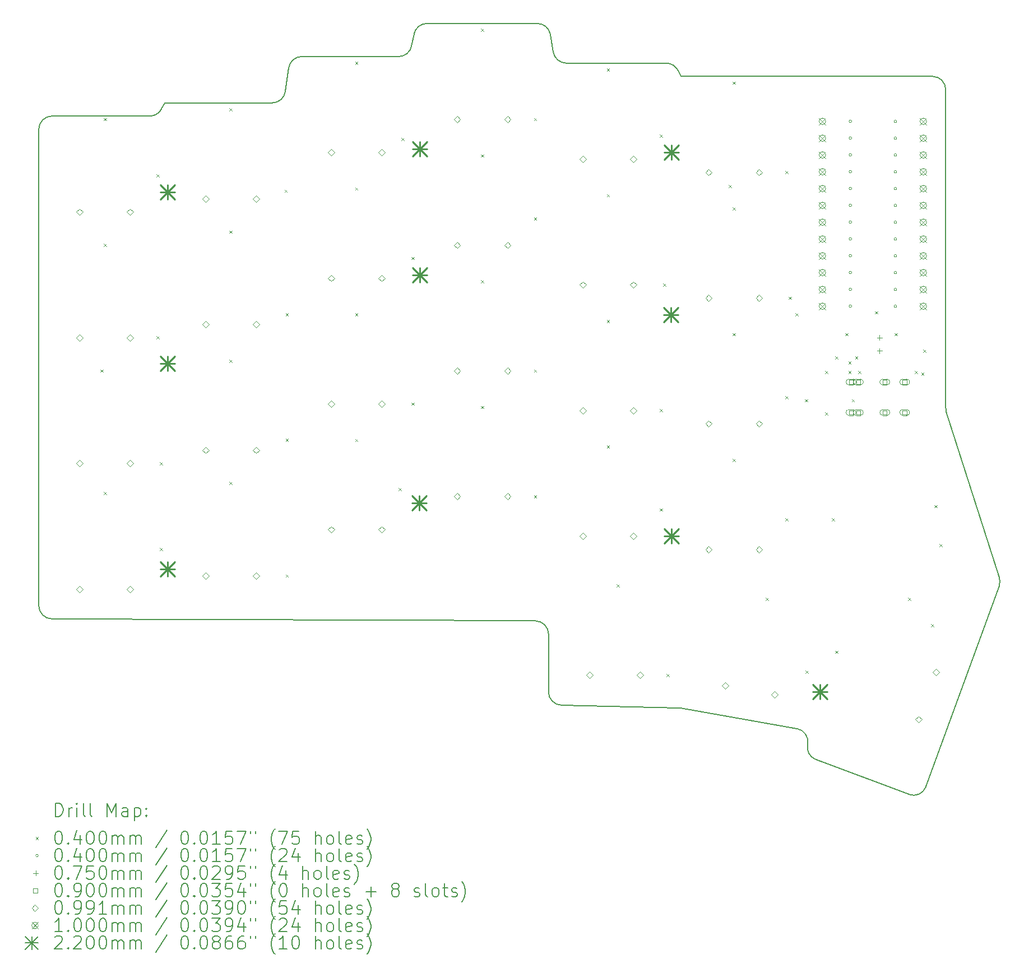
<source format=gbr>
%TF.GenerationSoftware,KiCad,Pcbnew,8.0.5-8.0.5-0~ubuntu20.04.1*%
%TF.CreationDate,2024-10-07T16:46:17+02:00*%
%TF.ProjectId,keyboard_pcb,6b657962-6f61-4726-945f-7063622e6b69,v1.0.0*%
%TF.SameCoordinates,Original*%
%TF.FileFunction,Drillmap*%
%TF.FilePolarity,Positive*%
%FSLAX45Y45*%
G04 Gerber Fmt 4.5, Leading zero omitted, Abs format (unit mm)*
G04 Created by KiCad (PCBNEW 8.0.5-8.0.5-0~ubuntu20.04.1) date 2024-10-07 16:46:17*
%MOMM*%
%LPD*%
G01*
G04 APERTURE LIST*
%ADD10C,0.150000*%
%ADD11C,0.200000*%
%ADD12C,0.100000*%
%ADD13C,0.220000*%
G04 APERTURE END LIST*
D10*
X16500805Y-15980198D02*
G75*
G02*
X16700004Y-16180196I-805J-200002D01*
G01*
X22709463Y-12814660D02*
G75*
G02*
X22700001Y-12753867I190537J60790D01*
G01*
X10900000Y-8150000D02*
X12526541Y-8150000D01*
X22402128Y-18485637D02*
X23506723Y-15450787D01*
X20738725Y-18076286D02*
G75*
G02*
X20612132Y-17854345I70375J187216D01*
G01*
X14863961Y-6950000D02*
X16530575Y-6950000D01*
X23509321Y-15321591D02*
G75*
G02*
X23506721Y-15450786I-190531J-60789D01*
G01*
X14632155Y-7289223D02*
X14667845Y-7110777D01*
X22402128Y-18485637D02*
G75*
G02*
X22143820Y-18604442I-187938J68407D01*
G01*
X12724531Y-7978284D02*
X12775469Y-7621716D01*
X16700000Y-17054627D02*
X16700000Y-16180196D01*
X22709463Y-12814660D02*
X23509321Y-15321591D01*
X14632155Y-7289223D02*
G75*
G02*
X14436039Y-7449999I-196115J39223D01*
G01*
X20452326Y-17608907D02*
G75*
G02*
X20614562Y-17840599I-34726J-196963D01*
G01*
X10855279Y-8239443D02*
G75*
G02*
X10676393Y-8350003I-178889J89443D01*
G01*
X16500805Y-15980198D02*
X9199195Y-15950802D01*
X16969425Y-7550000D02*
X18476393Y-7550000D01*
X18655279Y-7660557D02*
X18700000Y-7750000D01*
X9000000Y-8550000D02*
G75*
G02*
X9200000Y-8350000I200000J0D01*
G01*
X22500000Y-7750000D02*
G75*
G02*
X22700000Y-7950000I0J-200000D01*
G01*
X16727853Y-7117120D02*
X16772147Y-7382880D01*
X18664534Y-17295986D02*
G75*
G02*
X18694584Y-17298970I-4684J-199944D01*
G01*
X20452326Y-17608907D02*
X18694584Y-17298970D01*
X14667845Y-7110777D02*
G75*
G02*
X14863961Y-6950001I196115J-39223D01*
G01*
X12724531Y-7978284D02*
G75*
G02*
X12526541Y-8150001I-197991J28284D01*
G01*
X10855279Y-8239443D02*
X10900000Y-8150000D01*
X18664534Y-17295986D02*
X16895320Y-17254572D01*
X16530575Y-6950000D02*
G75*
G02*
X16727849Y-7117121I-5J-200000D01*
G01*
X16969425Y-7550000D02*
G75*
G02*
X16772151Y-7382879I5J200000D01*
G01*
X9000000Y-15750804D02*
X9000000Y-8550000D01*
X20612134Y-17854345D02*
X20614558Y-17840598D01*
X22143819Y-18604444D02*
X20738725Y-18076286D01*
X22700000Y-7950000D02*
X22700000Y-12753867D01*
X18476393Y-7550000D02*
G75*
G02*
X18655276Y-7660559I-3J-200000D01*
G01*
X18700000Y-7750000D02*
X22500000Y-7750000D01*
X12973459Y-7450000D02*
X14436039Y-7450000D01*
X12775469Y-7621716D02*
G75*
G02*
X12973459Y-7449999I197991J-28284D01*
G01*
X9200000Y-8350000D02*
X10676393Y-8350000D01*
X9199195Y-15950802D02*
G75*
G02*
X8999996Y-15750804I805J200002D01*
G01*
X16895320Y-17254572D02*
G75*
G02*
X16700003Y-17054627I4680J199942D01*
G01*
D11*
D12*
X9930000Y-12180000D02*
X9970000Y-12220000D01*
X9970000Y-12180000D02*
X9930000Y-12220000D01*
X9980000Y-8380000D02*
X10020000Y-8420000D01*
X10020000Y-8380000D02*
X9980000Y-8420000D01*
X9980000Y-10280000D02*
X10020000Y-10320000D01*
X10020000Y-10280000D02*
X9980000Y-10320000D01*
X9980000Y-14030000D02*
X10020000Y-14070000D01*
X10020000Y-14030000D02*
X9980000Y-14070000D01*
X10780000Y-9230000D02*
X10820000Y-9270000D01*
X10820000Y-9230000D02*
X10780000Y-9270000D01*
X10780000Y-11680000D02*
X10820000Y-11720000D01*
X10820000Y-11680000D02*
X10780000Y-11720000D01*
X10830000Y-13580000D02*
X10870000Y-13620000D01*
X10870000Y-13580000D02*
X10830000Y-13620000D01*
X10830000Y-14880000D02*
X10870000Y-14920000D01*
X10870000Y-14880000D02*
X10830000Y-14920000D01*
X11880000Y-8230000D02*
X11920000Y-8270000D01*
X11920000Y-8230000D02*
X11880000Y-8270000D01*
X11880000Y-10080000D02*
X11920000Y-10120000D01*
X11920000Y-10080000D02*
X11880000Y-10120000D01*
X11880000Y-12030000D02*
X11920000Y-12070000D01*
X11920000Y-12030000D02*
X11880000Y-12070000D01*
X11880000Y-13880000D02*
X11920000Y-13920000D01*
X11920000Y-13880000D02*
X11880000Y-13920000D01*
X12713235Y-9463235D02*
X12753235Y-9503235D01*
X12753235Y-9463235D02*
X12713235Y-9503235D01*
X12728735Y-13228735D02*
X12768735Y-13268735D01*
X12768735Y-13228735D02*
X12728735Y-13268735D01*
X12730000Y-11330000D02*
X12770000Y-11370000D01*
X12770000Y-11330000D02*
X12730000Y-11370000D01*
X12730000Y-15280000D02*
X12770000Y-15320000D01*
X12770000Y-15280000D02*
X12730000Y-15320000D01*
X13780000Y-7530000D02*
X13820000Y-7570000D01*
X13820000Y-7530000D02*
X13780000Y-7570000D01*
X13780000Y-9430000D02*
X13820000Y-9470000D01*
X13820000Y-9430000D02*
X13780000Y-9470000D01*
X13780000Y-11330000D02*
X13820000Y-11370000D01*
X13820000Y-11330000D02*
X13780000Y-11370000D01*
X13780000Y-13230000D02*
X13820000Y-13270000D01*
X13820000Y-13230000D02*
X13780000Y-13270000D01*
X14436130Y-13973870D02*
X14476130Y-14013870D01*
X14476130Y-13973870D02*
X14436130Y-14013870D01*
X14480000Y-8680000D02*
X14520000Y-8720000D01*
X14520000Y-8680000D02*
X14480000Y-8720000D01*
X14630000Y-10480000D02*
X14670000Y-10520000D01*
X14670000Y-10480000D02*
X14630000Y-10520000D01*
X14630000Y-12680000D02*
X14670000Y-12720000D01*
X14670000Y-12680000D02*
X14630000Y-12720000D01*
X15680000Y-7030000D02*
X15720000Y-7070000D01*
X15720000Y-7030000D02*
X15680000Y-7070000D01*
X15680000Y-8930000D02*
X15720000Y-8970000D01*
X15720000Y-8930000D02*
X15680000Y-8970000D01*
X15680000Y-10830000D02*
X15720000Y-10870000D01*
X15720000Y-10830000D02*
X15680000Y-10870000D01*
X15680000Y-12730000D02*
X15720000Y-12770000D01*
X15720000Y-12730000D02*
X15680000Y-12770000D01*
X16480000Y-8380000D02*
X16520000Y-8420000D01*
X16520000Y-8380000D02*
X16480000Y-8420000D01*
X16480000Y-9880000D02*
X16520000Y-9920000D01*
X16520000Y-9880000D02*
X16480000Y-9920000D01*
X16480000Y-12180000D02*
X16520000Y-12220000D01*
X16520000Y-12180000D02*
X16480000Y-12220000D01*
X16480000Y-14080000D02*
X16520000Y-14120000D01*
X16520000Y-14080000D02*
X16480000Y-14120000D01*
X17580000Y-7630000D02*
X17620000Y-7670000D01*
X17620000Y-7630000D02*
X17580000Y-7670000D01*
X17580000Y-9530000D02*
X17620000Y-9570000D01*
X17620000Y-9530000D02*
X17580000Y-9570000D01*
X17580000Y-11430000D02*
X17620000Y-11470000D01*
X17620000Y-11430000D02*
X17580000Y-11470000D01*
X17580000Y-13330000D02*
X17620000Y-13370000D01*
X17620000Y-13330000D02*
X17580000Y-13370000D01*
X17730000Y-15430000D02*
X17770000Y-15470000D01*
X17770000Y-15430000D02*
X17730000Y-15470000D01*
X18380000Y-8630000D02*
X18420000Y-8670000D01*
X18420000Y-8630000D02*
X18380000Y-8670000D01*
X18380000Y-12780000D02*
X18420000Y-12820000D01*
X18420000Y-12780000D02*
X18380000Y-12820000D01*
X18380000Y-14280000D02*
X18420000Y-14320000D01*
X18420000Y-14280000D02*
X18380000Y-14320000D01*
X18430000Y-10880000D02*
X18470000Y-10920000D01*
X18470000Y-10880000D02*
X18430000Y-10920000D01*
X18480000Y-16780000D02*
X18520000Y-16820000D01*
X18520000Y-16780000D02*
X18480000Y-16820000D01*
X19421235Y-9388765D02*
X19461235Y-9428765D01*
X19461235Y-9388765D02*
X19421235Y-9428765D01*
X19480000Y-7830000D02*
X19520000Y-7870000D01*
X19520000Y-7830000D02*
X19480000Y-7870000D01*
X19480000Y-9730000D02*
X19520000Y-9770000D01*
X19520000Y-9730000D02*
X19480000Y-9770000D01*
X19480000Y-11630000D02*
X19520000Y-11670000D01*
X19520000Y-11630000D02*
X19480000Y-11670000D01*
X19480000Y-13530000D02*
X19520000Y-13570000D01*
X19520000Y-13530000D02*
X19480000Y-13570000D01*
X19980000Y-15630000D02*
X20020000Y-15670000D01*
X20020000Y-15630000D02*
X19980000Y-15670000D01*
X20280000Y-9180000D02*
X20320000Y-9220000D01*
X20320000Y-9180000D02*
X20280000Y-9220000D01*
X20280000Y-12580000D02*
X20320000Y-12620000D01*
X20320000Y-12580000D02*
X20280000Y-12620000D01*
X20280000Y-14430000D02*
X20320000Y-14470000D01*
X20320000Y-14430000D02*
X20280000Y-14470000D01*
X20330000Y-11080000D02*
X20370000Y-11120000D01*
X20370000Y-11080000D02*
X20330000Y-11120000D01*
X20430000Y-11330000D02*
X20470000Y-11370000D01*
X20470000Y-11330000D02*
X20430000Y-11370000D01*
X20575000Y-12630000D02*
X20615000Y-12670000D01*
X20615000Y-12630000D02*
X20575000Y-12670000D01*
X20580000Y-16730000D02*
X20620000Y-16770000D01*
X20620000Y-16730000D02*
X20580000Y-16770000D01*
X20880000Y-12202500D02*
X20920000Y-12242500D01*
X20920000Y-12202500D02*
X20880000Y-12242500D01*
X20880000Y-12830000D02*
X20920000Y-12870000D01*
X20920000Y-12830000D02*
X20880000Y-12870000D01*
X20980000Y-14430000D02*
X21020000Y-14470000D01*
X21020000Y-14430000D02*
X20980000Y-14470000D01*
X21030000Y-11980000D02*
X21070000Y-12020000D01*
X21070000Y-11980000D02*
X21030000Y-12020000D01*
X21030000Y-16430000D02*
X21070000Y-16470000D01*
X21070000Y-16430000D02*
X21030000Y-16470000D01*
X21180000Y-11630000D02*
X21220000Y-11670000D01*
X21220000Y-11630000D02*
X21180000Y-11670000D01*
X21230000Y-12057500D02*
X21270000Y-12097500D01*
X21270000Y-12057500D02*
X21230000Y-12097500D01*
X21230000Y-12202500D02*
X21270000Y-12242500D01*
X21270000Y-12202500D02*
X21230000Y-12242500D01*
X21280000Y-12630000D02*
X21320000Y-12670000D01*
X21320000Y-12630000D02*
X21280000Y-12670000D01*
X21330000Y-11980000D02*
X21370000Y-12020000D01*
X21370000Y-11980000D02*
X21330000Y-12020000D01*
X21380000Y-12202500D02*
X21420000Y-12242500D01*
X21420000Y-12202500D02*
X21380000Y-12242500D01*
X21630000Y-11299500D02*
X21670000Y-11339500D01*
X21670000Y-11299500D02*
X21630000Y-11339500D01*
X21930000Y-11630000D02*
X21970000Y-11670000D01*
X21970000Y-11630000D02*
X21930000Y-11670000D01*
X22130000Y-15630000D02*
X22170000Y-15670000D01*
X22170000Y-15630000D02*
X22130000Y-15670000D01*
X22230000Y-12202500D02*
X22270000Y-12242500D01*
X22270000Y-12202500D02*
X22230000Y-12242500D01*
X22330000Y-12230000D02*
X22370000Y-12270000D01*
X22370000Y-12230000D02*
X22330000Y-12270000D01*
X22357500Y-11880000D02*
X22397500Y-11920000D01*
X22397500Y-11880000D02*
X22357500Y-11920000D01*
X22480000Y-16030000D02*
X22520000Y-16070000D01*
X22520000Y-16030000D02*
X22480000Y-16070000D01*
X22530000Y-14230000D02*
X22570000Y-14270000D01*
X22570000Y-14230000D02*
X22530000Y-14270000D01*
X22602500Y-14816216D02*
X22642500Y-14856216D01*
X22642500Y-14816216D02*
X22602500Y-14856216D01*
X21280000Y-8430000D02*
G75*
G02*
X21240000Y-8430000I-20000J0D01*
G01*
X21240000Y-8430000D02*
G75*
G02*
X21280000Y-8430000I20000J0D01*
G01*
X21280000Y-8684000D02*
G75*
G02*
X21240000Y-8684000I-20000J0D01*
G01*
X21240000Y-8684000D02*
G75*
G02*
X21280000Y-8684000I20000J0D01*
G01*
X21280000Y-8938000D02*
G75*
G02*
X21240000Y-8938000I-20000J0D01*
G01*
X21240000Y-8938000D02*
G75*
G02*
X21280000Y-8938000I20000J0D01*
G01*
X21280000Y-9192000D02*
G75*
G02*
X21240000Y-9192000I-20000J0D01*
G01*
X21240000Y-9192000D02*
G75*
G02*
X21280000Y-9192000I20000J0D01*
G01*
X21280000Y-9446000D02*
G75*
G02*
X21240000Y-9446000I-20000J0D01*
G01*
X21240000Y-9446000D02*
G75*
G02*
X21280000Y-9446000I20000J0D01*
G01*
X21280000Y-9700000D02*
G75*
G02*
X21240000Y-9700000I-20000J0D01*
G01*
X21240000Y-9700000D02*
G75*
G02*
X21280000Y-9700000I20000J0D01*
G01*
X21280000Y-9954000D02*
G75*
G02*
X21240000Y-9954000I-20000J0D01*
G01*
X21240000Y-9954000D02*
G75*
G02*
X21280000Y-9954000I20000J0D01*
G01*
X21280000Y-10208000D02*
G75*
G02*
X21240000Y-10208000I-20000J0D01*
G01*
X21240000Y-10208000D02*
G75*
G02*
X21280000Y-10208000I20000J0D01*
G01*
X21280000Y-10462000D02*
G75*
G02*
X21240000Y-10462000I-20000J0D01*
G01*
X21240000Y-10462000D02*
G75*
G02*
X21280000Y-10462000I20000J0D01*
G01*
X21280000Y-10716000D02*
G75*
G02*
X21240000Y-10716000I-20000J0D01*
G01*
X21240000Y-10716000D02*
G75*
G02*
X21280000Y-10716000I20000J0D01*
G01*
X21280000Y-10970000D02*
G75*
G02*
X21240000Y-10970000I-20000J0D01*
G01*
X21240000Y-10970000D02*
G75*
G02*
X21280000Y-10970000I20000J0D01*
G01*
X21280000Y-11224000D02*
G75*
G02*
X21240000Y-11224000I-20000J0D01*
G01*
X21240000Y-11224000D02*
G75*
G02*
X21280000Y-11224000I20000J0D01*
G01*
X21960000Y-8430000D02*
G75*
G02*
X21920000Y-8430000I-20000J0D01*
G01*
X21920000Y-8430000D02*
G75*
G02*
X21960000Y-8430000I20000J0D01*
G01*
X21960000Y-8684000D02*
G75*
G02*
X21920000Y-8684000I-20000J0D01*
G01*
X21920000Y-8684000D02*
G75*
G02*
X21960000Y-8684000I20000J0D01*
G01*
X21960000Y-8938000D02*
G75*
G02*
X21920000Y-8938000I-20000J0D01*
G01*
X21920000Y-8938000D02*
G75*
G02*
X21960000Y-8938000I20000J0D01*
G01*
X21960000Y-9192000D02*
G75*
G02*
X21920000Y-9192000I-20000J0D01*
G01*
X21920000Y-9192000D02*
G75*
G02*
X21960000Y-9192000I20000J0D01*
G01*
X21960000Y-9446000D02*
G75*
G02*
X21920000Y-9446000I-20000J0D01*
G01*
X21920000Y-9446000D02*
G75*
G02*
X21960000Y-9446000I20000J0D01*
G01*
X21960000Y-9700000D02*
G75*
G02*
X21920000Y-9700000I-20000J0D01*
G01*
X21920000Y-9700000D02*
G75*
G02*
X21960000Y-9700000I20000J0D01*
G01*
X21960000Y-9954000D02*
G75*
G02*
X21920000Y-9954000I-20000J0D01*
G01*
X21920000Y-9954000D02*
G75*
G02*
X21960000Y-9954000I20000J0D01*
G01*
X21960000Y-10208000D02*
G75*
G02*
X21920000Y-10208000I-20000J0D01*
G01*
X21920000Y-10208000D02*
G75*
G02*
X21960000Y-10208000I20000J0D01*
G01*
X21960000Y-10462000D02*
G75*
G02*
X21920000Y-10462000I-20000J0D01*
G01*
X21920000Y-10462000D02*
G75*
G02*
X21960000Y-10462000I20000J0D01*
G01*
X21960000Y-10716000D02*
G75*
G02*
X21920000Y-10716000I-20000J0D01*
G01*
X21920000Y-10716000D02*
G75*
G02*
X21960000Y-10716000I20000J0D01*
G01*
X21960000Y-10970000D02*
G75*
G02*
X21920000Y-10970000I-20000J0D01*
G01*
X21920000Y-10970000D02*
G75*
G02*
X21960000Y-10970000I20000J0D01*
G01*
X21960000Y-11224000D02*
G75*
G02*
X21920000Y-11224000I-20000J0D01*
G01*
X21920000Y-11224000D02*
G75*
G02*
X21960000Y-11224000I20000J0D01*
G01*
X21700000Y-11662500D02*
X21700000Y-11737500D01*
X21662500Y-11700000D02*
X21737500Y-11700000D01*
X21700000Y-11662500D02*
X21700000Y-11737500D01*
X21662500Y-11700000D02*
X21737500Y-11700000D01*
X21700000Y-11862500D02*
X21700000Y-11937500D01*
X21662500Y-11900000D02*
X21737500Y-11900000D01*
X21700000Y-11862500D02*
X21700000Y-11937500D01*
X21662500Y-11900000D02*
X21737500Y-11900000D01*
X21301820Y-12401820D02*
X21301820Y-12338180D01*
X21238180Y-12338180D01*
X21238180Y-12401820D01*
X21301820Y-12401820D01*
X21300000Y-12325000D02*
X21240000Y-12325000D01*
X21240000Y-12415000D02*
G75*
G02*
X21240000Y-12325000I0J45000D01*
G01*
X21240000Y-12415000D02*
X21300000Y-12415000D01*
X21300000Y-12415000D02*
G75*
G03*
X21300000Y-12325000I0J45000D01*
G01*
X21301820Y-12861820D02*
X21301820Y-12798180D01*
X21238180Y-12798180D01*
X21238180Y-12861820D01*
X21301820Y-12861820D01*
X21300000Y-12785000D02*
X21240000Y-12785000D01*
X21240000Y-12875000D02*
G75*
G02*
X21240000Y-12785000I0J45000D01*
G01*
X21240000Y-12875000D02*
X21300000Y-12875000D01*
X21300000Y-12875000D02*
G75*
G03*
X21300000Y-12785000I0J45000D01*
G01*
X21411820Y-12401820D02*
X21411820Y-12338180D01*
X21348180Y-12338180D01*
X21348180Y-12401820D01*
X21411820Y-12401820D01*
X21410000Y-12325000D02*
X21350000Y-12325000D01*
X21350000Y-12415000D02*
G75*
G02*
X21350000Y-12325000I0J45000D01*
G01*
X21350000Y-12415000D02*
X21410000Y-12415000D01*
X21410000Y-12415000D02*
G75*
G03*
X21410000Y-12325000I0J45000D01*
G01*
X21411820Y-12861820D02*
X21411820Y-12798180D01*
X21348180Y-12798180D01*
X21348180Y-12861820D01*
X21411820Y-12861820D01*
X21410000Y-12785000D02*
X21350000Y-12785000D01*
X21350000Y-12875000D02*
G75*
G02*
X21350000Y-12785000I0J45000D01*
G01*
X21350000Y-12875000D02*
X21410000Y-12875000D01*
X21410000Y-12875000D02*
G75*
G03*
X21410000Y-12785000I0J45000D01*
G01*
X21811820Y-12401820D02*
X21811820Y-12338180D01*
X21748180Y-12338180D01*
X21748180Y-12401820D01*
X21811820Y-12401820D01*
X21810000Y-12325000D02*
X21750000Y-12325000D01*
X21750000Y-12415000D02*
G75*
G02*
X21750000Y-12325000I0J45000D01*
G01*
X21750000Y-12415000D02*
X21810000Y-12415000D01*
X21810000Y-12415000D02*
G75*
G03*
X21810000Y-12325000I0J45000D01*
G01*
X21811820Y-12861820D02*
X21811820Y-12798180D01*
X21748180Y-12798180D01*
X21748180Y-12861820D01*
X21811820Y-12861820D01*
X21810000Y-12785000D02*
X21750000Y-12785000D01*
X21750000Y-12875000D02*
G75*
G02*
X21750000Y-12785000I0J45000D01*
G01*
X21750000Y-12875000D02*
X21810000Y-12875000D01*
X21810000Y-12875000D02*
G75*
G03*
X21810000Y-12785000I0J45000D01*
G01*
X22111820Y-12401820D02*
X22111820Y-12338180D01*
X22048180Y-12338180D01*
X22048180Y-12401820D01*
X22111820Y-12401820D01*
X22110000Y-12325000D02*
X22050000Y-12325000D01*
X22050000Y-12415000D02*
G75*
G02*
X22050000Y-12325000I0J45000D01*
G01*
X22050000Y-12415000D02*
X22110000Y-12415000D01*
X22110000Y-12415000D02*
G75*
G03*
X22110000Y-12325000I0J45000D01*
G01*
X22111820Y-12861820D02*
X22111820Y-12798180D01*
X22048180Y-12798180D01*
X22048180Y-12861820D01*
X22111820Y-12861820D01*
X22110000Y-12785000D02*
X22050000Y-12785000D01*
X22050000Y-12875000D02*
G75*
G02*
X22050000Y-12785000I0J45000D01*
G01*
X22050000Y-12875000D02*
X22110000Y-12875000D01*
X22110000Y-12875000D02*
G75*
G03*
X22110000Y-12785000I0J45000D01*
G01*
X9619000Y-9849530D02*
X9668530Y-9800000D01*
X9619000Y-9750470D01*
X9569470Y-9800000D01*
X9619000Y-9849530D01*
X9619000Y-11749530D02*
X9668530Y-11700000D01*
X9619000Y-11650470D01*
X9569470Y-11700000D01*
X9619000Y-11749530D01*
X9619000Y-13649530D02*
X9668530Y-13600000D01*
X9619000Y-13550470D01*
X9569470Y-13600000D01*
X9619000Y-13649530D01*
X9619000Y-15549530D02*
X9668530Y-15500000D01*
X9619000Y-15450470D01*
X9569470Y-15500000D01*
X9619000Y-15549530D01*
X10381000Y-9849530D02*
X10430530Y-9800000D01*
X10381000Y-9750470D01*
X10331470Y-9800000D01*
X10381000Y-9849530D01*
X10381000Y-11749530D02*
X10430530Y-11700000D01*
X10381000Y-11650470D01*
X10331470Y-11700000D01*
X10381000Y-11749530D01*
X10381000Y-13649530D02*
X10430530Y-13600000D01*
X10381000Y-13550470D01*
X10331470Y-13600000D01*
X10381000Y-13649530D01*
X10381000Y-15549530D02*
X10430530Y-15500000D01*
X10381000Y-15450470D01*
X10331470Y-15500000D01*
X10381000Y-15549530D01*
X11519000Y-9649530D02*
X11568530Y-9600000D01*
X11519000Y-9550470D01*
X11469470Y-9600000D01*
X11519000Y-9649530D01*
X11519000Y-11549530D02*
X11568530Y-11500000D01*
X11519000Y-11450470D01*
X11469470Y-11500000D01*
X11519000Y-11549530D01*
X11519000Y-13449530D02*
X11568530Y-13400000D01*
X11519000Y-13350470D01*
X11469470Y-13400000D01*
X11519000Y-13449530D01*
X11519000Y-15349530D02*
X11568530Y-15300000D01*
X11519000Y-15250470D01*
X11469470Y-15300000D01*
X11519000Y-15349530D01*
X12281000Y-9649530D02*
X12330530Y-9600000D01*
X12281000Y-9550470D01*
X12231470Y-9600000D01*
X12281000Y-9649530D01*
X12281000Y-11549530D02*
X12330530Y-11500000D01*
X12281000Y-11450470D01*
X12231470Y-11500000D01*
X12281000Y-11549530D01*
X12281000Y-13449530D02*
X12330530Y-13400000D01*
X12281000Y-13350470D01*
X12231470Y-13400000D01*
X12281000Y-13449530D01*
X12281000Y-15349530D02*
X12330530Y-15300000D01*
X12281000Y-15250470D01*
X12231470Y-15300000D01*
X12281000Y-15349530D01*
X13419000Y-8949530D02*
X13468530Y-8900000D01*
X13419000Y-8850470D01*
X13369470Y-8900000D01*
X13419000Y-8949530D01*
X13419000Y-10849530D02*
X13468530Y-10800000D01*
X13419000Y-10750470D01*
X13369470Y-10800000D01*
X13419000Y-10849530D01*
X13419000Y-12749530D02*
X13468530Y-12700000D01*
X13419000Y-12650470D01*
X13369470Y-12700000D01*
X13419000Y-12749530D01*
X13419000Y-14649530D02*
X13468530Y-14600000D01*
X13419000Y-14550470D01*
X13369470Y-14600000D01*
X13419000Y-14649530D01*
X14181000Y-8949530D02*
X14230530Y-8900000D01*
X14181000Y-8850470D01*
X14131470Y-8900000D01*
X14181000Y-8949530D01*
X14181000Y-10849530D02*
X14230530Y-10800000D01*
X14181000Y-10750470D01*
X14131470Y-10800000D01*
X14181000Y-10849530D01*
X14181000Y-12749530D02*
X14230530Y-12700000D01*
X14181000Y-12650470D01*
X14131470Y-12700000D01*
X14181000Y-12749530D01*
X14181000Y-14649530D02*
X14230530Y-14600000D01*
X14181000Y-14550470D01*
X14131470Y-14600000D01*
X14181000Y-14649530D01*
X15319000Y-8449530D02*
X15368530Y-8400000D01*
X15319000Y-8350470D01*
X15269470Y-8400000D01*
X15319000Y-8449530D01*
X15319000Y-10349530D02*
X15368530Y-10300000D01*
X15319000Y-10250470D01*
X15269470Y-10300000D01*
X15319000Y-10349530D01*
X15319000Y-12249530D02*
X15368530Y-12200000D01*
X15319000Y-12150470D01*
X15269470Y-12200000D01*
X15319000Y-12249530D01*
X15319000Y-14149530D02*
X15368530Y-14100000D01*
X15319000Y-14050470D01*
X15269470Y-14100000D01*
X15319000Y-14149530D01*
X16081000Y-8449530D02*
X16130530Y-8400000D01*
X16081000Y-8350470D01*
X16031470Y-8400000D01*
X16081000Y-8449530D01*
X16081000Y-10349530D02*
X16130530Y-10300000D01*
X16081000Y-10250470D01*
X16031470Y-10300000D01*
X16081000Y-10349530D01*
X16081000Y-12249530D02*
X16130530Y-12200000D01*
X16081000Y-12150470D01*
X16031470Y-12200000D01*
X16081000Y-12249530D01*
X16081000Y-14149530D02*
X16130530Y-14100000D01*
X16081000Y-14050470D01*
X16031470Y-14100000D01*
X16081000Y-14149530D01*
X17219000Y-9049530D02*
X17268530Y-9000000D01*
X17219000Y-8950470D01*
X17169470Y-9000000D01*
X17219000Y-9049530D01*
X17219000Y-10949530D02*
X17268530Y-10900000D01*
X17219000Y-10850470D01*
X17169470Y-10900000D01*
X17219000Y-10949530D01*
X17219000Y-12849530D02*
X17268530Y-12800000D01*
X17219000Y-12750470D01*
X17169470Y-12800000D01*
X17219000Y-12849530D01*
X17219000Y-14749530D02*
X17268530Y-14700000D01*
X17219000Y-14650470D01*
X17169470Y-14700000D01*
X17219000Y-14749530D01*
X17319000Y-16849530D02*
X17368530Y-16800000D01*
X17319000Y-16750470D01*
X17269470Y-16800000D01*
X17319000Y-16849530D01*
X17981000Y-9049530D02*
X18030530Y-9000000D01*
X17981000Y-8950470D01*
X17931470Y-9000000D01*
X17981000Y-9049530D01*
X17981000Y-10949530D02*
X18030530Y-10900000D01*
X17981000Y-10850470D01*
X17931470Y-10900000D01*
X17981000Y-10949530D01*
X17981000Y-12849530D02*
X18030530Y-12800000D01*
X17981000Y-12750470D01*
X17931470Y-12800000D01*
X17981000Y-12849530D01*
X17981000Y-14749530D02*
X18030530Y-14700000D01*
X17981000Y-14650470D01*
X17931470Y-14700000D01*
X17981000Y-14749530D01*
X18081000Y-16849530D02*
X18130530Y-16800000D01*
X18081000Y-16750470D01*
X18031470Y-16800000D01*
X18081000Y-16849530D01*
X19119000Y-9249530D02*
X19168530Y-9200000D01*
X19119000Y-9150470D01*
X19069470Y-9200000D01*
X19119000Y-9249530D01*
X19119000Y-11149530D02*
X19168530Y-11100000D01*
X19119000Y-11050470D01*
X19069470Y-11100000D01*
X19119000Y-11149530D01*
X19119000Y-13049530D02*
X19168530Y-13000000D01*
X19119000Y-12950470D01*
X19069470Y-13000000D01*
X19119000Y-13049530D01*
X19119000Y-14949530D02*
X19168530Y-14900000D01*
X19119000Y-14850470D01*
X19069470Y-14900000D01*
X19119000Y-14949530D01*
X19367409Y-17010195D02*
X19416939Y-16960665D01*
X19367409Y-16911135D01*
X19317879Y-16960665D01*
X19367409Y-17010195D01*
X19881000Y-9249530D02*
X19930530Y-9200000D01*
X19881000Y-9150470D01*
X19831470Y-9200000D01*
X19881000Y-9249530D01*
X19881000Y-11149530D02*
X19930530Y-11100000D01*
X19881000Y-11050470D01*
X19831470Y-11100000D01*
X19881000Y-11149530D01*
X19881000Y-13049530D02*
X19930530Y-13000000D01*
X19881000Y-12950470D01*
X19831470Y-13000000D01*
X19881000Y-13049530D01*
X19881000Y-14949530D02*
X19930530Y-14900000D01*
X19881000Y-14850470D01*
X19831470Y-14900000D01*
X19881000Y-14949530D01*
X20117833Y-17142515D02*
X20167363Y-17092985D01*
X20117833Y-17043455D01*
X20068303Y-17092985D01*
X20117833Y-17142515D01*
X22292862Y-17519661D02*
X22342392Y-17470131D01*
X22292862Y-17420601D01*
X22243332Y-17470131D01*
X22292862Y-17519661D01*
X22553481Y-16803616D02*
X22603011Y-16754086D01*
X22553481Y-16704556D01*
X22503951Y-16754086D01*
X22553481Y-16803616D01*
X20788000Y-8380000D02*
X20888000Y-8480000D01*
X20888000Y-8380000D02*
X20788000Y-8480000D01*
X20888000Y-8430000D02*
G75*
G02*
X20788000Y-8430000I-50000J0D01*
G01*
X20788000Y-8430000D02*
G75*
G02*
X20888000Y-8430000I50000J0D01*
G01*
X20788000Y-8634000D02*
X20888000Y-8734000D01*
X20888000Y-8634000D02*
X20788000Y-8734000D01*
X20888000Y-8684000D02*
G75*
G02*
X20788000Y-8684000I-50000J0D01*
G01*
X20788000Y-8684000D02*
G75*
G02*
X20888000Y-8684000I50000J0D01*
G01*
X20788000Y-8888000D02*
X20888000Y-8988000D01*
X20888000Y-8888000D02*
X20788000Y-8988000D01*
X20888000Y-8938000D02*
G75*
G02*
X20788000Y-8938000I-50000J0D01*
G01*
X20788000Y-8938000D02*
G75*
G02*
X20888000Y-8938000I50000J0D01*
G01*
X20788000Y-9142000D02*
X20888000Y-9242000D01*
X20888000Y-9142000D02*
X20788000Y-9242000D01*
X20888000Y-9192000D02*
G75*
G02*
X20788000Y-9192000I-50000J0D01*
G01*
X20788000Y-9192000D02*
G75*
G02*
X20888000Y-9192000I50000J0D01*
G01*
X20788000Y-9396000D02*
X20888000Y-9496000D01*
X20888000Y-9396000D02*
X20788000Y-9496000D01*
X20888000Y-9446000D02*
G75*
G02*
X20788000Y-9446000I-50000J0D01*
G01*
X20788000Y-9446000D02*
G75*
G02*
X20888000Y-9446000I50000J0D01*
G01*
X20788000Y-9650000D02*
X20888000Y-9750000D01*
X20888000Y-9650000D02*
X20788000Y-9750000D01*
X20888000Y-9700000D02*
G75*
G02*
X20788000Y-9700000I-50000J0D01*
G01*
X20788000Y-9700000D02*
G75*
G02*
X20888000Y-9700000I50000J0D01*
G01*
X20788000Y-9904000D02*
X20888000Y-10004000D01*
X20888000Y-9904000D02*
X20788000Y-10004000D01*
X20888000Y-9954000D02*
G75*
G02*
X20788000Y-9954000I-50000J0D01*
G01*
X20788000Y-9954000D02*
G75*
G02*
X20888000Y-9954000I50000J0D01*
G01*
X20788000Y-10158000D02*
X20888000Y-10258000D01*
X20888000Y-10158000D02*
X20788000Y-10258000D01*
X20888000Y-10208000D02*
G75*
G02*
X20788000Y-10208000I-50000J0D01*
G01*
X20788000Y-10208000D02*
G75*
G02*
X20888000Y-10208000I50000J0D01*
G01*
X20788000Y-10412000D02*
X20888000Y-10512000D01*
X20888000Y-10412000D02*
X20788000Y-10512000D01*
X20888000Y-10462000D02*
G75*
G02*
X20788000Y-10462000I-50000J0D01*
G01*
X20788000Y-10462000D02*
G75*
G02*
X20888000Y-10462000I50000J0D01*
G01*
X20788000Y-10666000D02*
X20888000Y-10766000D01*
X20888000Y-10666000D02*
X20788000Y-10766000D01*
X20888000Y-10716000D02*
G75*
G02*
X20788000Y-10716000I-50000J0D01*
G01*
X20788000Y-10716000D02*
G75*
G02*
X20888000Y-10716000I50000J0D01*
G01*
X20788000Y-10920000D02*
X20888000Y-11020000D01*
X20888000Y-10920000D02*
X20788000Y-11020000D01*
X20888000Y-10970000D02*
G75*
G02*
X20788000Y-10970000I-50000J0D01*
G01*
X20788000Y-10970000D02*
G75*
G02*
X20888000Y-10970000I50000J0D01*
G01*
X20788000Y-11174000D02*
X20888000Y-11274000D01*
X20888000Y-11174000D02*
X20788000Y-11274000D01*
X20888000Y-11224000D02*
G75*
G02*
X20788000Y-11224000I-50000J0D01*
G01*
X20788000Y-11224000D02*
G75*
G02*
X20888000Y-11224000I50000J0D01*
G01*
X22312000Y-8380000D02*
X22412000Y-8480000D01*
X22412000Y-8380000D02*
X22312000Y-8480000D01*
X22412000Y-8430000D02*
G75*
G02*
X22312000Y-8430000I-50000J0D01*
G01*
X22312000Y-8430000D02*
G75*
G02*
X22412000Y-8430000I50000J0D01*
G01*
X22312000Y-8634000D02*
X22412000Y-8734000D01*
X22412000Y-8634000D02*
X22312000Y-8734000D01*
X22412000Y-8684000D02*
G75*
G02*
X22312000Y-8684000I-50000J0D01*
G01*
X22312000Y-8684000D02*
G75*
G02*
X22412000Y-8684000I50000J0D01*
G01*
X22312000Y-8888000D02*
X22412000Y-8988000D01*
X22412000Y-8888000D02*
X22312000Y-8988000D01*
X22412000Y-8938000D02*
G75*
G02*
X22312000Y-8938000I-50000J0D01*
G01*
X22312000Y-8938000D02*
G75*
G02*
X22412000Y-8938000I50000J0D01*
G01*
X22312000Y-9142000D02*
X22412000Y-9242000D01*
X22412000Y-9142000D02*
X22312000Y-9242000D01*
X22412000Y-9192000D02*
G75*
G02*
X22312000Y-9192000I-50000J0D01*
G01*
X22312000Y-9192000D02*
G75*
G02*
X22412000Y-9192000I50000J0D01*
G01*
X22312000Y-9396000D02*
X22412000Y-9496000D01*
X22412000Y-9396000D02*
X22312000Y-9496000D01*
X22412000Y-9446000D02*
G75*
G02*
X22312000Y-9446000I-50000J0D01*
G01*
X22312000Y-9446000D02*
G75*
G02*
X22412000Y-9446000I50000J0D01*
G01*
X22312000Y-9650000D02*
X22412000Y-9750000D01*
X22412000Y-9650000D02*
X22312000Y-9750000D01*
X22412000Y-9700000D02*
G75*
G02*
X22312000Y-9700000I-50000J0D01*
G01*
X22312000Y-9700000D02*
G75*
G02*
X22412000Y-9700000I50000J0D01*
G01*
X22312000Y-9904000D02*
X22412000Y-10004000D01*
X22412000Y-9904000D02*
X22312000Y-10004000D01*
X22412000Y-9954000D02*
G75*
G02*
X22312000Y-9954000I-50000J0D01*
G01*
X22312000Y-9954000D02*
G75*
G02*
X22412000Y-9954000I50000J0D01*
G01*
X22312000Y-10158000D02*
X22412000Y-10258000D01*
X22412000Y-10158000D02*
X22312000Y-10258000D01*
X22412000Y-10208000D02*
G75*
G02*
X22312000Y-10208000I-50000J0D01*
G01*
X22312000Y-10208000D02*
G75*
G02*
X22412000Y-10208000I50000J0D01*
G01*
X22312000Y-10412000D02*
X22412000Y-10512000D01*
X22412000Y-10412000D02*
X22312000Y-10512000D01*
X22412000Y-10462000D02*
G75*
G02*
X22312000Y-10462000I-50000J0D01*
G01*
X22312000Y-10462000D02*
G75*
G02*
X22412000Y-10462000I50000J0D01*
G01*
X22312000Y-10666000D02*
X22412000Y-10766000D01*
X22412000Y-10666000D02*
X22312000Y-10766000D01*
X22412000Y-10716000D02*
G75*
G02*
X22312000Y-10716000I-50000J0D01*
G01*
X22312000Y-10716000D02*
G75*
G02*
X22412000Y-10716000I50000J0D01*
G01*
X22312000Y-10920000D02*
X22412000Y-11020000D01*
X22412000Y-10920000D02*
X22312000Y-11020000D01*
X22412000Y-10970000D02*
G75*
G02*
X22312000Y-10970000I-50000J0D01*
G01*
X22312000Y-10970000D02*
G75*
G02*
X22412000Y-10970000I50000J0D01*
G01*
X22312000Y-11174000D02*
X22412000Y-11274000D01*
X22412000Y-11174000D02*
X22312000Y-11274000D01*
X22412000Y-11224000D02*
G75*
G02*
X22312000Y-11224000I-50000J0D01*
G01*
X22312000Y-11224000D02*
G75*
G02*
X22412000Y-11224000I50000J0D01*
G01*
D13*
X10835000Y-9390000D02*
X11055000Y-9610000D01*
X11055000Y-9390000D02*
X10835000Y-9610000D01*
X10945000Y-9390000D02*
X10945000Y-9610000D01*
X10835000Y-9500000D02*
X11055000Y-9500000D01*
X10835000Y-11982000D02*
X11055000Y-12202000D01*
X11055000Y-11982000D02*
X10835000Y-12202000D01*
X10945000Y-11982000D02*
X10945000Y-12202000D01*
X10835000Y-12092000D02*
X11055000Y-12092000D01*
X10835000Y-15090000D02*
X11055000Y-15310000D01*
X11055000Y-15090000D02*
X10835000Y-15310000D01*
X10945000Y-15090000D02*
X10945000Y-15310000D01*
X10835000Y-15200000D02*
X11055000Y-15200000D01*
X14635000Y-14090000D02*
X14855000Y-14310000D01*
X14855000Y-14090000D02*
X14635000Y-14310000D01*
X14745000Y-14090000D02*
X14745000Y-14310000D01*
X14635000Y-14200000D02*
X14855000Y-14200000D01*
X14645000Y-8735000D02*
X14865000Y-8955000D01*
X14865000Y-8735000D02*
X14645000Y-8955000D01*
X14755000Y-8735000D02*
X14755000Y-8955000D01*
X14645000Y-8845000D02*
X14865000Y-8845000D01*
X14645000Y-10645000D02*
X14865000Y-10865000D01*
X14865000Y-10645000D02*
X14645000Y-10865000D01*
X14755000Y-10645000D02*
X14755000Y-10865000D01*
X14645000Y-10755000D02*
X14865000Y-10755000D01*
X18435000Y-11245000D02*
X18655000Y-11465000D01*
X18655000Y-11245000D02*
X18435000Y-11465000D01*
X18545000Y-11245000D02*
X18545000Y-11465000D01*
X18435000Y-11355000D02*
X18655000Y-11355000D01*
X18445000Y-8790000D02*
X18665000Y-9010000D01*
X18665000Y-8790000D02*
X18445000Y-9010000D01*
X18555000Y-8790000D02*
X18555000Y-9010000D01*
X18445000Y-8900000D02*
X18665000Y-8900000D01*
X18445000Y-14590000D02*
X18665000Y-14810000D01*
X18665000Y-14590000D02*
X18445000Y-14810000D01*
X18555000Y-14590000D02*
X18555000Y-14810000D01*
X18445000Y-14700000D02*
X18665000Y-14700000D01*
X20691276Y-16943876D02*
X20911276Y-17163876D01*
X20911276Y-16943876D02*
X20691276Y-17163876D01*
X20801276Y-16943876D02*
X20801276Y-17163876D01*
X20691276Y-17053876D02*
X20911276Y-17053876D01*
D11*
X9253277Y-18936214D02*
X9253277Y-18736214D01*
X9253277Y-18736214D02*
X9300896Y-18736214D01*
X9300896Y-18736214D02*
X9329467Y-18745738D01*
X9329467Y-18745738D02*
X9348515Y-18764786D01*
X9348515Y-18764786D02*
X9358039Y-18783833D01*
X9358039Y-18783833D02*
X9367563Y-18821928D01*
X9367563Y-18821928D02*
X9367563Y-18850500D01*
X9367563Y-18850500D02*
X9358039Y-18888595D01*
X9358039Y-18888595D02*
X9348515Y-18907643D01*
X9348515Y-18907643D02*
X9329467Y-18926690D01*
X9329467Y-18926690D02*
X9300896Y-18936214D01*
X9300896Y-18936214D02*
X9253277Y-18936214D01*
X9453277Y-18936214D02*
X9453277Y-18802881D01*
X9453277Y-18840976D02*
X9462801Y-18821928D01*
X9462801Y-18821928D02*
X9472324Y-18812405D01*
X9472324Y-18812405D02*
X9491372Y-18802881D01*
X9491372Y-18802881D02*
X9510420Y-18802881D01*
X9577086Y-18936214D02*
X9577086Y-18802881D01*
X9577086Y-18736214D02*
X9567563Y-18745738D01*
X9567563Y-18745738D02*
X9577086Y-18755262D01*
X9577086Y-18755262D02*
X9586610Y-18745738D01*
X9586610Y-18745738D02*
X9577086Y-18736214D01*
X9577086Y-18736214D02*
X9577086Y-18755262D01*
X9700896Y-18936214D02*
X9681848Y-18926690D01*
X9681848Y-18926690D02*
X9672324Y-18907643D01*
X9672324Y-18907643D02*
X9672324Y-18736214D01*
X9805658Y-18936214D02*
X9786610Y-18926690D01*
X9786610Y-18926690D02*
X9777086Y-18907643D01*
X9777086Y-18907643D02*
X9777086Y-18736214D01*
X10034229Y-18936214D02*
X10034229Y-18736214D01*
X10034229Y-18736214D02*
X10100896Y-18879071D01*
X10100896Y-18879071D02*
X10167563Y-18736214D01*
X10167563Y-18736214D02*
X10167563Y-18936214D01*
X10348515Y-18936214D02*
X10348515Y-18831452D01*
X10348515Y-18831452D02*
X10338991Y-18812405D01*
X10338991Y-18812405D02*
X10319944Y-18802881D01*
X10319944Y-18802881D02*
X10281848Y-18802881D01*
X10281848Y-18802881D02*
X10262801Y-18812405D01*
X10348515Y-18926690D02*
X10329467Y-18936214D01*
X10329467Y-18936214D02*
X10281848Y-18936214D01*
X10281848Y-18936214D02*
X10262801Y-18926690D01*
X10262801Y-18926690D02*
X10253277Y-18907643D01*
X10253277Y-18907643D02*
X10253277Y-18888595D01*
X10253277Y-18888595D02*
X10262801Y-18869548D01*
X10262801Y-18869548D02*
X10281848Y-18860024D01*
X10281848Y-18860024D02*
X10329467Y-18860024D01*
X10329467Y-18860024D02*
X10348515Y-18850500D01*
X10443753Y-18802881D02*
X10443753Y-19002881D01*
X10443753Y-18812405D02*
X10462801Y-18802881D01*
X10462801Y-18802881D02*
X10500896Y-18802881D01*
X10500896Y-18802881D02*
X10519944Y-18812405D01*
X10519944Y-18812405D02*
X10529467Y-18821928D01*
X10529467Y-18821928D02*
X10538991Y-18840976D01*
X10538991Y-18840976D02*
X10538991Y-18898119D01*
X10538991Y-18898119D02*
X10529467Y-18917167D01*
X10529467Y-18917167D02*
X10519944Y-18926690D01*
X10519944Y-18926690D02*
X10500896Y-18936214D01*
X10500896Y-18936214D02*
X10462801Y-18936214D01*
X10462801Y-18936214D02*
X10443753Y-18926690D01*
X10624705Y-18917167D02*
X10634229Y-18926690D01*
X10634229Y-18926690D02*
X10624705Y-18936214D01*
X10624705Y-18936214D02*
X10615182Y-18926690D01*
X10615182Y-18926690D02*
X10624705Y-18917167D01*
X10624705Y-18917167D02*
X10624705Y-18936214D01*
X10624705Y-18812405D02*
X10634229Y-18821928D01*
X10634229Y-18821928D02*
X10624705Y-18831452D01*
X10624705Y-18831452D02*
X10615182Y-18821928D01*
X10615182Y-18821928D02*
X10624705Y-18812405D01*
X10624705Y-18812405D02*
X10624705Y-18831452D01*
D12*
X8952500Y-19244730D02*
X8992500Y-19284730D01*
X8992500Y-19244730D02*
X8952500Y-19284730D01*
D11*
X9291372Y-19156214D02*
X9310420Y-19156214D01*
X9310420Y-19156214D02*
X9329467Y-19165738D01*
X9329467Y-19165738D02*
X9338991Y-19175262D01*
X9338991Y-19175262D02*
X9348515Y-19194309D01*
X9348515Y-19194309D02*
X9358039Y-19232405D01*
X9358039Y-19232405D02*
X9358039Y-19280024D01*
X9358039Y-19280024D02*
X9348515Y-19318119D01*
X9348515Y-19318119D02*
X9338991Y-19337167D01*
X9338991Y-19337167D02*
X9329467Y-19346690D01*
X9329467Y-19346690D02*
X9310420Y-19356214D01*
X9310420Y-19356214D02*
X9291372Y-19356214D01*
X9291372Y-19356214D02*
X9272324Y-19346690D01*
X9272324Y-19346690D02*
X9262801Y-19337167D01*
X9262801Y-19337167D02*
X9253277Y-19318119D01*
X9253277Y-19318119D02*
X9243753Y-19280024D01*
X9243753Y-19280024D02*
X9243753Y-19232405D01*
X9243753Y-19232405D02*
X9253277Y-19194309D01*
X9253277Y-19194309D02*
X9262801Y-19175262D01*
X9262801Y-19175262D02*
X9272324Y-19165738D01*
X9272324Y-19165738D02*
X9291372Y-19156214D01*
X9443753Y-19337167D02*
X9453277Y-19346690D01*
X9453277Y-19346690D02*
X9443753Y-19356214D01*
X9443753Y-19356214D02*
X9434229Y-19346690D01*
X9434229Y-19346690D02*
X9443753Y-19337167D01*
X9443753Y-19337167D02*
X9443753Y-19356214D01*
X9624705Y-19222881D02*
X9624705Y-19356214D01*
X9577086Y-19146690D02*
X9529467Y-19289548D01*
X9529467Y-19289548D02*
X9653277Y-19289548D01*
X9767563Y-19156214D02*
X9786610Y-19156214D01*
X9786610Y-19156214D02*
X9805658Y-19165738D01*
X9805658Y-19165738D02*
X9815182Y-19175262D01*
X9815182Y-19175262D02*
X9824705Y-19194309D01*
X9824705Y-19194309D02*
X9834229Y-19232405D01*
X9834229Y-19232405D02*
X9834229Y-19280024D01*
X9834229Y-19280024D02*
X9824705Y-19318119D01*
X9824705Y-19318119D02*
X9815182Y-19337167D01*
X9815182Y-19337167D02*
X9805658Y-19346690D01*
X9805658Y-19346690D02*
X9786610Y-19356214D01*
X9786610Y-19356214D02*
X9767563Y-19356214D01*
X9767563Y-19356214D02*
X9748515Y-19346690D01*
X9748515Y-19346690D02*
X9738991Y-19337167D01*
X9738991Y-19337167D02*
X9729467Y-19318119D01*
X9729467Y-19318119D02*
X9719944Y-19280024D01*
X9719944Y-19280024D02*
X9719944Y-19232405D01*
X9719944Y-19232405D02*
X9729467Y-19194309D01*
X9729467Y-19194309D02*
X9738991Y-19175262D01*
X9738991Y-19175262D02*
X9748515Y-19165738D01*
X9748515Y-19165738D02*
X9767563Y-19156214D01*
X9958039Y-19156214D02*
X9977086Y-19156214D01*
X9977086Y-19156214D02*
X9996134Y-19165738D01*
X9996134Y-19165738D02*
X10005658Y-19175262D01*
X10005658Y-19175262D02*
X10015182Y-19194309D01*
X10015182Y-19194309D02*
X10024705Y-19232405D01*
X10024705Y-19232405D02*
X10024705Y-19280024D01*
X10024705Y-19280024D02*
X10015182Y-19318119D01*
X10015182Y-19318119D02*
X10005658Y-19337167D01*
X10005658Y-19337167D02*
X9996134Y-19346690D01*
X9996134Y-19346690D02*
X9977086Y-19356214D01*
X9977086Y-19356214D02*
X9958039Y-19356214D01*
X9958039Y-19356214D02*
X9938991Y-19346690D01*
X9938991Y-19346690D02*
X9929467Y-19337167D01*
X9929467Y-19337167D02*
X9919944Y-19318119D01*
X9919944Y-19318119D02*
X9910420Y-19280024D01*
X9910420Y-19280024D02*
X9910420Y-19232405D01*
X9910420Y-19232405D02*
X9919944Y-19194309D01*
X9919944Y-19194309D02*
X9929467Y-19175262D01*
X9929467Y-19175262D02*
X9938991Y-19165738D01*
X9938991Y-19165738D02*
X9958039Y-19156214D01*
X10110420Y-19356214D02*
X10110420Y-19222881D01*
X10110420Y-19241928D02*
X10119944Y-19232405D01*
X10119944Y-19232405D02*
X10138991Y-19222881D01*
X10138991Y-19222881D02*
X10167563Y-19222881D01*
X10167563Y-19222881D02*
X10186610Y-19232405D01*
X10186610Y-19232405D02*
X10196134Y-19251452D01*
X10196134Y-19251452D02*
X10196134Y-19356214D01*
X10196134Y-19251452D02*
X10205658Y-19232405D01*
X10205658Y-19232405D02*
X10224705Y-19222881D01*
X10224705Y-19222881D02*
X10253277Y-19222881D01*
X10253277Y-19222881D02*
X10272325Y-19232405D01*
X10272325Y-19232405D02*
X10281848Y-19251452D01*
X10281848Y-19251452D02*
X10281848Y-19356214D01*
X10377086Y-19356214D02*
X10377086Y-19222881D01*
X10377086Y-19241928D02*
X10386610Y-19232405D01*
X10386610Y-19232405D02*
X10405658Y-19222881D01*
X10405658Y-19222881D02*
X10434229Y-19222881D01*
X10434229Y-19222881D02*
X10453277Y-19232405D01*
X10453277Y-19232405D02*
X10462801Y-19251452D01*
X10462801Y-19251452D02*
X10462801Y-19356214D01*
X10462801Y-19251452D02*
X10472325Y-19232405D01*
X10472325Y-19232405D02*
X10491372Y-19222881D01*
X10491372Y-19222881D02*
X10519944Y-19222881D01*
X10519944Y-19222881D02*
X10538991Y-19232405D01*
X10538991Y-19232405D02*
X10548515Y-19251452D01*
X10548515Y-19251452D02*
X10548515Y-19356214D01*
X10938991Y-19146690D02*
X10767563Y-19403833D01*
X11196134Y-19156214D02*
X11215182Y-19156214D01*
X11215182Y-19156214D02*
X11234229Y-19165738D01*
X11234229Y-19165738D02*
X11243753Y-19175262D01*
X11243753Y-19175262D02*
X11253277Y-19194309D01*
X11253277Y-19194309D02*
X11262801Y-19232405D01*
X11262801Y-19232405D02*
X11262801Y-19280024D01*
X11262801Y-19280024D02*
X11253277Y-19318119D01*
X11253277Y-19318119D02*
X11243753Y-19337167D01*
X11243753Y-19337167D02*
X11234229Y-19346690D01*
X11234229Y-19346690D02*
X11215182Y-19356214D01*
X11215182Y-19356214D02*
X11196134Y-19356214D01*
X11196134Y-19356214D02*
X11177087Y-19346690D01*
X11177087Y-19346690D02*
X11167563Y-19337167D01*
X11167563Y-19337167D02*
X11158039Y-19318119D01*
X11158039Y-19318119D02*
X11148515Y-19280024D01*
X11148515Y-19280024D02*
X11148515Y-19232405D01*
X11148515Y-19232405D02*
X11158039Y-19194309D01*
X11158039Y-19194309D02*
X11167563Y-19175262D01*
X11167563Y-19175262D02*
X11177087Y-19165738D01*
X11177087Y-19165738D02*
X11196134Y-19156214D01*
X11348515Y-19337167D02*
X11358039Y-19346690D01*
X11358039Y-19346690D02*
X11348515Y-19356214D01*
X11348515Y-19356214D02*
X11338991Y-19346690D01*
X11338991Y-19346690D02*
X11348515Y-19337167D01*
X11348515Y-19337167D02*
X11348515Y-19356214D01*
X11481848Y-19156214D02*
X11500896Y-19156214D01*
X11500896Y-19156214D02*
X11519944Y-19165738D01*
X11519944Y-19165738D02*
X11529467Y-19175262D01*
X11529467Y-19175262D02*
X11538991Y-19194309D01*
X11538991Y-19194309D02*
X11548515Y-19232405D01*
X11548515Y-19232405D02*
X11548515Y-19280024D01*
X11548515Y-19280024D02*
X11538991Y-19318119D01*
X11538991Y-19318119D02*
X11529467Y-19337167D01*
X11529467Y-19337167D02*
X11519944Y-19346690D01*
X11519944Y-19346690D02*
X11500896Y-19356214D01*
X11500896Y-19356214D02*
X11481848Y-19356214D01*
X11481848Y-19356214D02*
X11462801Y-19346690D01*
X11462801Y-19346690D02*
X11453277Y-19337167D01*
X11453277Y-19337167D02*
X11443753Y-19318119D01*
X11443753Y-19318119D02*
X11434229Y-19280024D01*
X11434229Y-19280024D02*
X11434229Y-19232405D01*
X11434229Y-19232405D02*
X11443753Y-19194309D01*
X11443753Y-19194309D02*
X11453277Y-19175262D01*
X11453277Y-19175262D02*
X11462801Y-19165738D01*
X11462801Y-19165738D02*
X11481848Y-19156214D01*
X11738991Y-19356214D02*
X11624706Y-19356214D01*
X11681848Y-19356214D02*
X11681848Y-19156214D01*
X11681848Y-19156214D02*
X11662801Y-19184786D01*
X11662801Y-19184786D02*
X11643753Y-19203833D01*
X11643753Y-19203833D02*
X11624706Y-19213357D01*
X11919944Y-19156214D02*
X11824706Y-19156214D01*
X11824706Y-19156214D02*
X11815182Y-19251452D01*
X11815182Y-19251452D02*
X11824706Y-19241928D01*
X11824706Y-19241928D02*
X11843753Y-19232405D01*
X11843753Y-19232405D02*
X11891372Y-19232405D01*
X11891372Y-19232405D02*
X11910420Y-19241928D01*
X11910420Y-19241928D02*
X11919944Y-19251452D01*
X11919944Y-19251452D02*
X11929467Y-19270500D01*
X11929467Y-19270500D02*
X11929467Y-19318119D01*
X11929467Y-19318119D02*
X11919944Y-19337167D01*
X11919944Y-19337167D02*
X11910420Y-19346690D01*
X11910420Y-19346690D02*
X11891372Y-19356214D01*
X11891372Y-19356214D02*
X11843753Y-19356214D01*
X11843753Y-19356214D02*
X11824706Y-19346690D01*
X11824706Y-19346690D02*
X11815182Y-19337167D01*
X11996134Y-19156214D02*
X12129467Y-19156214D01*
X12129467Y-19156214D02*
X12043753Y-19356214D01*
X12196134Y-19156214D02*
X12196134Y-19194309D01*
X12272325Y-19156214D02*
X12272325Y-19194309D01*
X12567563Y-19432405D02*
X12558039Y-19422881D01*
X12558039Y-19422881D02*
X12538991Y-19394309D01*
X12538991Y-19394309D02*
X12529468Y-19375262D01*
X12529468Y-19375262D02*
X12519944Y-19346690D01*
X12519944Y-19346690D02*
X12510420Y-19299071D01*
X12510420Y-19299071D02*
X12510420Y-19260976D01*
X12510420Y-19260976D02*
X12519944Y-19213357D01*
X12519944Y-19213357D02*
X12529468Y-19184786D01*
X12529468Y-19184786D02*
X12538991Y-19165738D01*
X12538991Y-19165738D02*
X12558039Y-19137167D01*
X12558039Y-19137167D02*
X12567563Y-19127643D01*
X12624706Y-19156214D02*
X12758039Y-19156214D01*
X12758039Y-19156214D02*
X12672325Y-19356214D01*
X12929468Y-19156214D02*
X12834229Y-19156214D01*
X12834229Y-19156214D02*
X12824706Y-19251452D01*
X12824706Y-19251452D02*
X12834229Y-19241928D01*
X12834229Y-19241928D02*
X12853277Y-19232405D01*
X12853277Y-19232405D02*
X12900896Y-19232405D01*
X12900896Y-19232405D02*
X12919944Y-19241928D01*
X12919944Y-19241928D02*
X12929468Y-19251452D01*
X12929468Y-19251452D02*
X12938991Y-19270500D01*
X12938991Y-19270500D02*
X12938991Y-19318119D01*
X12938991Y-19318119D02*
X12929468Y-19337167D01*
X12929468Y-19337167D02*
X12919944Y-19346690D01*
X12919944Y-19346690D02*
X12900896Y-19356214D01*
X12900896Y-19356214D02*
X12853277Y-19356214D01*
X12853277Y-19356214D02*
X12834229Y-19346690D01*
X12834229Y-19346690D02*
X12824706Y-19337167D01*
X13177087Y-19356214D02*
X13177087Y-19156214D01*
X13262801Y-19356214D02*
X13262801Y-19251452D01*
X13262801Y-19251452D02*
X13253277Y-19232405D01*
X13253277Y-19232405D02*
X13234230Y-19222881D01*
X13234230Y-19222881D02*
X13205658Y-19222881D01*
X13205658Y-19222881D02*
X13186610Y-19232405D01*
X13186610Y-19232405D02*
X13177087Y-19241928D01*
X13386610Y-19356214D02*
X13367563Y-19346690D01*
X13367563Y-19346690D02*
X13358039Y-19337167D01*
X13358039Y-19337167D02*
X13348515Y-19318119D01*
X13348515Y-19318119D02*
X13348515Y-19260976D01*
X13348515Y-19260976D02*
X13358039Y-19241928D01*
X13358039Y-19241928D02*
X13367563Y-19232405D01*
X13367563Y-19232405D02*
X13386610Y-19222881D01*
X13386610Y-19222881D02*
X13415182Y-19222881D01*
X13415182Y-19222881D02*
X13434230Y-19232405D01*
X13434230Y-19232405D02*
X13443753Y-19241928D01*
X13443753Y-19241928D02*
X13453277Y-19260976D01*
X13453277Y-19260976D02*
X13453277Y-19318119D01*
X13453277Y-19318119D02*
X13443753Y-19337167D01*
X13443753Y-19337167D02*
X13434230Y-19346690D01*
X13434230Y-19346690D02*
X13415182Y-19356214D01*
X13415182Y-19356214D02*
X13386610Y-19356214D01*
X13567563Y-19356214D02*
X13548515Y-19346690D01*
X13548515Y-19346690D02*
X13538991Y-19327643D01*
X13538991Y-19327643D02*
X13538991Y-19156214D01*
X13719944Y-19346690D02*
X13700896Y-19356214D01*
X13700896Y-19356214D02*
X13662801Y-19356214D01*
X13662801Y-19356214D02*
X13643753Y-19346690D01*
X13643753Y-19346690D02*
X13634230Y-19327643D01*
X13634230Y-19327643D02*
X13634230Y-19251452D01*
X13634230Y-19251452D02*
X13643753Y-19232405D01*
X13643753Y-19232405D02*
X13662801Y-19222881D01*
X13662801Y-19222881D02*
X13700896Y-19222881D01*
X13700896Y-19222881D02*
X13719944Y-19232405D01*
X13719944Y-19232405D02*
X13729468Y-19251452D01*
X13729468Y-19251452D02*
X13729468Y-19270500D01*
X13729468Y-19270500D02*
X13634230Y-19289548D01*
X13805658Y-19346690D02*
X13824706Y-19356214D01*
X13824706Y-19356214D02*
X13862801Y-19356214D01*
X13862801Y-19356214D02*
X13881849Y-19346690D01*
X13881849Y-19346690D02*
X13891372Y-19327643D01*
X13891372Y-19327643D02*
X13891372Y-19318119D01*
X13891372Y-19318119D02*
X13881849Y-19299071D01*
X13881849Y-19299071D02*
X13862801Y-19289548D01*
X13862801Y-19289548D02*
X13834230Y-19289548D01*
X13834230Y-19289548D02*
X13815182Y-19280024D01*
X13815182Y-19280024D02*
X13805658Y-19260976D01*
X13805658Y-19260976D02*
X13805658Y-19251452D01*
X13805658Y-19251452D02*
X13815182Y-19232405D01*
X13815182Y-19232405D02*
X13834230Y-19222881D01*
X13834230Y-19222881D02*
X13862801Y-19222881D01*
X13862801Y-19222881D02*
X13881849Y-19232405D01*
X13958039Y-19432405D02*
X13967563Y-19422881D01*
X13967563Y-19422881D02*
X13986611Y-19394309D01*
X13986611Y-19394309D02*
X13996134Y-19375262D01*
X13996134Y-19375262D02*
X14005658Y-19346690D01*
X14005658Y-19346690D02*
X14015182Y-19299071D01*
X14015182Y-19299071D02*
X14015182Y-19260976D01*
X14015182Y-19260976D02*
X14005658Y-19213357D01*
X14005658Y-19213357D02*
X13996134Y-19184786D01*
X13996134Y-19184786D02*
X13986611Y-19165738D01*
X13986611Y-19165738D02*
X13967563Y-19137167D01*
X13967563Y-19137167D02*
X13958039Y-19127643D01*
D12*
X8992500Y-19528730D02*
G75*
G02*
X8952500Y-19528730I-20000J0D01*
G01*
X8952500Y-19528730D02*
G75*
G02*
X8992500Y-19528730I20000J0D01*
G01*
D11*
X9291372Y-19420214D02*
X9310420Y-19420214D01*
X9310420Y-19420214D02*
X9329467Y-19429738D01*
X9329467Y-19429738D02*
X9338991Y-19439262D01*
X9338991Y-19439262D02*
X9348515Y-19458309D01*
X9348515Y-19458309D02*
X9358039Y-19496405D01*
X9358039Y-19496405D02*
X9358039Y-19544024D01*
X9358039Y-19544024D02*
X9348515Y-19582119D01*
X9348515Y-19582119D02*
X9338991Y-19601167D01*
X9338991Y-19601167D02*
X9329467Y-19610690D01*
X9329467Y-19610690D02*
X9310420Y-19620214D01*
X9310420Y-19620214D02*
X9291372Y-19620214D01*
X9291372Y-19620214D02*
X9272324Y-19610690D01*
X9272324Y-19610690D02*
X9262801Y-19601167D01*
X9262801Y-19601167D02*
X9253277Y-19582119D01*
X9253277Y-19582119D02*
X9243753Y-19544024D01*
X9243753Y-19544024D02*
X9243753Y-19496405D01*
X9243753Y-19496405D02*
X9253277Y-19458309D01*
X9253277Y-19458309D02*
X9262801Y-19439262D01*
X9262801Y-19439262D02*
X9272324Y-19429738D01*
X9272324Y-19429738D02*
X9291372Y-19420214D01*
X9443753Y-19601167D02*
X9453277Y-19610690D01*
X9453277Y-19610690D02*
X9443753Y-19620214D01*
X9443753Y-19620214D02*
X9434229Y-19610690D01*
X9434229Y-19610690D02*
X9443753Y-19601167D01*
X9443753Y-19601167D02*
X9443753Y-19620214D01*
X9624705Y-19486881D02*
X9624705Y-19620214D01*
X9577086Y-19410690D02*
X9529467Y-19553548D01*
X9529467Y-19553548D02*
X9653277Y-19553548D01*
X9767563Y-19420214D02*
X9786610Y-19420214D01*
X9786610Y-19420214D02*
X9805658Y-19429738D01*
X9805658Y-19429738D02*
X9815182Y-19439262D01*
X9815182Y-19439262D02*
X9824705Y-19458309D01*
X9824705Y-19458309D02*
X9834229Y-19496405D01*
X9834229Y-19496405D02*
X9834229Y-19544024D01*
X9834229Y-19544024D02*
X9824705Y-19582119D01*
X9824705Y-19582119D02*
X9815182Y-19601167D01*
X9815182Y-19601167D02*
X9805658Y-19610690D01*
X9805658Y-19610690D02*
X9786610Y-19620214D01*
X9786610Y-19620214D02*
X9767563Y-19620214D01*
X9767563Y-19620214D02*
X9748515Y-19610690D01*
X9748515Y-19610690D02*
X9738991Y-19601167D01*
X9738991Y-19601167D02*
X9729467Y-19582119D01*
X9729467Y-19582119D02*
X9719944Y-19544024D01*
X9719944Y-19544024D02*
X9719944Y-19496405D01*
X9719944Y-19496405D02*
X9729467Y-19458309D01*
X9729467Y-19458309D02*
X9738991Y-19439262D01*
X9738991Y-19439262D02*
X9748515Y-19429738D01*
X9748515Y-19429738D02*
X9767563Y-19420214D01*
X9958039Y-19420214D02*
X9977086Y-19420214D01*
X9977086Y-19420214D02*
X9996134Y-19429738D01*
X9996134Y-19429738D02*
X10005658Y-19439262D01*
X10005658Y-19439262D02*
X10015182Y-19458309D01*
X10015182Y-19458309D02*
X10024705Y-19496405D01*
X10024705Y-19496405D02*
X10024705Y-19544024D01*
X10024705Y-19544024D02*
X10015182Y-19582119D01*
X10015182Y-19582119D02*
X10005658Y-19601167D01*
X10005658Y-19601167D02*
X9996134Y-19610690D01*
X9996134Y-19610690D02*
X9977086Y-19620214D01*
X9977086Y-19620214D02*
X9958039Y-19620214D01*
X9958039Y-19620214D02*
X9938991Y-19610690D01*
X9938991Y-19610690D02*
X9929467Y-19601167D01*
X9929467Y-19601167D02*
X9919944Y-19582119D01*
X9919944Y-19582119D02*
X9910420Y-19544024D01*
X9910420Y-19544024D02*
X9910420Y-19496405D01*
X9910420Y-19496405D02*
X9919944Y-19458309D01*
X9919944Y-19458309D02*
X9929467Y-19439262D01*
X9929467Y-19439262D02*
X9938991Y-19429738D01*
X9938991Y-19429738D02*
X9958039Y-19420214D01*
X10110420Y-19620214D02*
X10110420Y-19486881D01*
X10110420Y-19505928D02*
X10119944Y-19496405D01*
X10119944Y-19496405D02*
X10138991Y-19486881D01*
X10138991Y-19486881D02*
X10167563Y-19486881D01*
X10167563Y-19486881D02*
X10186610Y-19496405D01*
X10186610Y-19496405D02*
X10196134Y-19515452D01*
X10196134Y-19515452D02*
X10196134Y-19620214D01*
X10196134Y-19515452D02*
X10205658Y-19496405D01*
X10205658Y-19496405D02*
X10224705Y-19486881D01*
X10224705Y-19486881D02*
X10253277Y-19486881D01*
X10253277Y-19486881D02*
X10272325Y-19496405D01*
X10272325Y-19496405D02*
X10281848Y-19515452D01*
X10281848Y-19515452D02*
X10281848Y-19620214D01*
X10377086Y-19620214D02*
X10377086Y-19486881D01*
X10377086Y-19505928D02*
X10386610Y-19496405D01*
X10386610Y-19496405D02*
X10405658Y-19486881D01*
X10405658Y-19486881D02*
X10434229Y-19486881D01*
X10434229Y-19486881D02*
X10453277Y-19496405D01*
X10453277Y-19496405D02*
X10462801Y-19515452D01*
X10462801Y-19515452D02*
X10462801Y-19620214D01*
X10462801Y-19515452D02*
X10472325Y-19496405D01*
X10472325Y-19496405D02*
X10491372Y-19486881D01*
X10491372Y-19486881D02*
X10519944Y-19486881D01*
X10519944Y-19486881D02*
X10538991Y-19496405D01*
X10538991Y-19496405D02*
X10548515Y-19515452D01*
X10548515Y-19515452D02*
X10548515Y-19620214D01*
X10938991Y-19410690D02*
X10767563Y-19667833D01*
X11196134Y-19420214D02*
X11215182Y-19420214D01*
X11215182Y-19420214D02*
X11234229Y-19429738D01*
X11234229Y-19429738D02*
X11243753Y-19439262D01*
X11243753Y-19439262D02*
X11253277Y-19458309D01*
X11253277Y-19458309D02*
X11262801Y-19496405D01*
X11262801Y-19496405D02*
X11262801Y-19544024D01*
X11262801Y-19544024D02*
X11253277Y-19582119D01*
X11253277Y-19582119D02*
X11243753Y-19601167D01*
X11243753Y-19601167D02*
X11234229Y-19610690D01*
X11234229Y-19610690D02*
X11215182Y-19620214D01*
X11215182Y-19620214D02*
X11196134Y-19620214D01*
X11196134Y-19620214D02*
X11177087Y-19610690D01*
X11177087Y-19610690D02*
X11167563Y-19601167D01*
X11167563Y-19601167D02*
X11158039Y-19582119D01*
X11158039Y-19582119D02*
X11148515Y-19544024D01*
X11148515Y-19544024D02*
X11148515Y-19496405D01*
X11148515Y-19496405D02*
X11158039Y-19458309D01*
X11158039Y-19458309D02*
X11167563Y-19439262D01*
X11167563Y-19439262D02*
X11177087Y-19429738D01*
X11177087Y-19429738D02*
X11196134Y-19420214D01*
X11348515Y-19601167D02*
X11358039Y-19610690D01*
X11358039Y-19610690D02*
X11348515Y-19620214D01*
X11348515Y-19620214D02*
X11338991Y-19610690D01*
X11338991Y-19610690D02*
X11348515Y-19601167D01*
X11348515Y-19601167D02*
X11348515Y-19620214D01*
X11481848Y-19420214D02*
X11500896Y-19420214D01*
X11500896Y-19420214D02*
X11519944Y-19429738D01*
X11519944Y-19429738D02*
X11529467Y-19439262D01*
X11529467Y-19439262D02*
X11538991Y-19458309D01*
X11538991Y-19458309D02*
X11548515Y-19496405D01*
X11548515Y-19496405D02*
X11548515Y-19544024D01*
X11548515Y-19544024D02*
X11538991Y-19582119D01*
X11538991Y-19582119D02*
X11529467Y-19601167D01*
X11529467Y-19601167D02*
X11519944Y-19610690D01*
X11519944Y-19610690D02*
X11500896Y-19620214D01*
X11500896Y-19620214D02*
X11481848Y-19620214D01*
X11481848Y-19620214D02*
X11462801Y-19610690D01*
X11462801Y-19610690D02*
X11453277Y-19601167D01*
X11453277Y-19601167D02*
X11443753Y-19582119D01*
X11443753Y-19582119D02*
X11434229Y-19544024D01*
X11434229Y-19544024D02*
X11434229Y-19496405D01*
X11434229Y-19496405D02*
X11443753Y-19458309D01*
X11443753Y-19458309D02*
X11453277Y-19439262D01*
X11453277Y-19439262D02*
X11462801Y-19429738D01*
X11462801Y-19429738D02*
X11481848Y-19420214D01*
X11738991Y-19620214D02*
X11624706Y-19620214D01*
X11681848Y-19620214D02*
X11681848Y-19420214D01*
X11681848Y-19420214D02*
X11662801Y-19448786D01*
X11662801Y-19448786D02*
X11643753Y-19467833D01*
X11643753Y-19467833D02*
X11624706Y-19477357D01*
X11919944Y-19420214D02*
X11824706Y-19420214D01*
X11824706Y-19420214D02*
X11815182Y-19515452D01*
X11815182Y-19515452D02*
X11824706Y-19505928D01*
X11824706Y-19505928D02*
X11843753Y-19496405D01*
X11843753Y-19496405D02*
X11891372Y-19496405D01*
X11891372Y-19496405D02*
X11910420Y-19505928D01*
X11910420Y-19505928D02*
X11919944Y-19515452D01*
X11919944Y-19515452D02*
X11929467Y-19534500D01*
X11929467Y-19534500D02*
X11929467Y-19582119D01*
X11929467Y-19582119D02*
X11919944Y-19601167D01*
X11919944Y-19601167D02*
X11910420Y-19610690D01*
X11910420Y-19610690D02*
X11891372Y-19620214D01*
X11891372Y-19620214D02*
X11843753Y-19620214D01*
X11843753Y-19620214D02*
X11824706Y-19610690D01*
X11824706Y-19610690D02*
X11815182Y-19601167D01*
X11996134Y-19420214D02*
X12129467Y-19420214D01*
X12129467Y-19420214D02*
X12043753Y-19620214D01*
X12196134Y-19420214D02*
X12196134Y-19458309D01*
X12272325Y-19420214D02*
X12272325Y-19458309D01*
X12567563Y-19696405D02*
X12558039Y-19686881D01*
X12558039Y-19686881D02*
X12538991Y-19658309D01*
X12538991Y-19658309D02*
X12529468Y-19639262D01*
X12529468Y-19639262D02*
X12519944Y-19610690D01*
X12519944Y-19610690D02*
X12510420Y-19563071D01*
X12510420Y-19563071D02*
X12510420Y-19524976D01*
X12510420Y-19524976D02*
X12519944Y-19477357D01*
X12519944Y-19477357D02*
X12529468Y-19448786D01*
X12529468Y-19448786D02*
X12538991Y-19429738D01*
X12538991Y-19429738D02*
X12558039Y-19401167D01*
X12558039Y-19401167D02*
X12567563Y-19391643D01*
X12634229Y-19439262D02*
X12643753Y-19429738D01*
X12643753Y-19429738D02*
X12662801Y-19420214D01*
X12662801Y-19420214D02*
X12710420Y-19420214D01*
X12710420Y-19420214D02*
X12729468Y-19429738D01*
X12729468Y-19429738D02*
X12738991Y-19439262D01*
X12738991Y-19439262D02*
X12748515Y-19458309D01*
X12748515Y-19458309D02*
X12748515Y-19477357D01*
X12748515Y-19477357D02*
X12738991Y-19505928D01*
X12738991Y-19505928D02*
X12624706Y-19620214D01*
X12624706Y-19620214D02*
X12748515Y-19620214D01*
X12919944Y-19486881D02*
X12919944Y-19620214D01*
X12872325Y-19410690D02*
X12824706Y-19553548D01*
X12824706Y-19553548D02*
X12948515Y-19553548D01*
X13177087Y-19620214D02*
X13177087Y-19420214D01*
X13262801Y-19620214D02*
X13262801Y-19515452D01*
X13262801Y-19515452D02*
X13253277Y-19496405D01*
X13253277Y-19496405D02*
X13234230Y-19486881D01*
X13234230Y-19486881D02*
X13205658Y-19486881D01*
X13205658Y-19486881D02*
X13186610Y-19496405D01*
X13186610Y-19496405D02*
X13177087Y-19505928D01*
X13386610Y-19620214D02*
X13367563Y-19610690D01*
X13367563Y-19610690D02*
X13358039Y-19601167D01*
X13358039Y-19601167D02*
X13348515Y-19582119D01*
X13348515Y-19582119D02*
X13348515Y-19524976D01*
X13348515Y-19524976D02*
X13358039Y-19505928D01*
X13358039Y-19505928D02*
X13367563Y-19496405D01*
X13367563Y-19496405D02*
X13386610Y-19486881D01*
X13386610Y-19486881D02*
X13415182Y-19486881D01*
X13415182Y-19486881D02*
X13434230Y-19496405D01*
X13434230Y-19496405D02*
X13443753Y-19505928D01*
X13443753Y-19505928D02*
X13453277Y-19524976D01*
X13453277Y-19524976D02*
X13453277Y-19582119D01*
X13453277Y-19582119D02*
X13443753Y-19601167D01*
X13443753Y-19601167D02*
X13434230Y-19610690D01*
X13434230Y-19610690D02*
X13415182Y-19620214D01*
X13415182Y-19620214D02*
X13386610Y-19620214D01*
X13567563Y-19620214D02*
X13548515Y-19610690D01*
X13548515Y-19610690D02*
X13538991Y-19591643D01*
X13538991Y-19591643D02*
X13538991Y-19420214D01*
X13719944Y-19610690D02*
X13700896Y-19620214D01*
X13700896Y-19620214D02*
X13662801Y-19620214D01*
X13662801Y-19620214D02*
X13643753Y-19610690D01*
X13643753Y-19610690D02*
X13634230Y-19591643D01*
X13634230Y-19591643D02*
X13634230Y-19515452D01*
X13634230Y-19515452D02*
X13643753Y-19496405D01*
X13643753Y-19496405D02*
X13662801Y-19486881D01*
X13662801Y-19486881D02*
X13700896Y-19486881D01*
X13700896Y-19486881D02*
X13719944Y-19496405D01*
X13719944Y-19496405D02*
X13729468Y-19515452D01*
X13729468Y-19515452D02*
X13729468Y-19534500D01*
X13729468Y-19534500D02*
X13634230Y-19553548D01*
X13805658Y-19610690D02*
X13824706Y-19620214D01*
X13824706Y-19620214D02*
X13862801Y-19620214D01*
X13862801Y-19620214D02*
X13881849Y-19610690D01*
X13881849Y-19610690D02*
X13891372Y-19591643D01*
X13891372Y-19591643D02*
X13891372Y-19582119D01*
X13891372Y-19582119D02*
X13881849Y-19563071D01*
X13881849Y-19563071D02*
X13862801Y-19553548D01*
X13862801Y-19553548D02*
X13834230Y-19553548D01*
X13834230Y-19553548D02*
X13815182Y-19544024D01*
X13815182Y-19544024D02*
X13805658Y-19524976D01*
X13805658Y-19524976D02*
X13805658Y-19515452D01*
X13805658Y-19515452D02*
X13815182Y-19496405D01*
X13815182Y-19496405D02*
X13834230Y-19486881D01*
X13834230Y-19486881D02*
X13862801Y-19486881D01*
X13862801Y-19486881D02*
X13881849Y-19496405D01*
X13958039Y-19696405D02*
X13967563Y-19686881D01*
X13967563Y-19686881D02*
X13986611Y-19658309D01*
X13986611Y-19658309D02*
X13996134Y-19639262D01*
X13996134Y-19639262D02*
X14005658Y-19610690D01*
X14005658Y-19610690D02*
X14015182Y-19563071D01*
X14015182Y-19563071D02*
X14015182Y-19524976D01*
X14015182Y-19524976D02*
X14005658Y-19477357D01*
X14005658Y-19477357D02*
X13996134Y-19448786D01*
X13996134Y-19448786D02*
X13986611Y-19429738D01*
X13986611Y-19429738D02*
X13967563Y-19401167D01*
X13967563Y-19401167D02*
X13958039Y-19391643D01*
D12*
X8955000Y-19755230D02*
X8955000Y-19830230D01*
X8917500Y-19792730D02*
X8992500Y-19792730D01*
D11*
X9291372Y-19684214D02*
X9310420Y-19684214D01*
X9310420Y-19684214D02*
X9329467Y-19693738D01*
X9329467Y-19693738D02*
X9338991Y-19703262D01*
X9338991Y-19703262D02*
X9348515Y-19722309D01*
X9348515Y-19722309D02*
X9358039Y-19760405D01*
X9358039Y-19760405D02*
X9358039Y-19808024D01*
X9358039Y-19808024D02*
X9348515Y-19846119D01*
X9348515Y-19846119D02*
X9338991Y-19865167D01*
X9338991Y-19865167D02*
X9329467Y-19874690D01*
X9329467Y-19874690D02*
X9310420Y-19884214D01*
X9310420Y-19884214D02*
X9291372Y-19884214D01*
X9291372Y-19884214D02*
X9272324Y-19874690D01*
X9272324Y-19874690D02*
X9262801Y-19865167D01*
X9262801Y-19865167D02*
X9253277Y-19846119D01*
X9253277Y-19846119D02*
X9243753Y-19808024D01*
X9243753Y-19808024D02*
X9243753Y-19760405D01*
X9243753Y-19760405D02*
X9253277Y-19722309D01*
X9253277Y-19722309D02*
X9262801Y-19703262D01*
X9262801Y-19703262D02*
X9272324Y-19693738D01*
X9272324Y-19693738D02*
X9291372Y-19684214D01*
X9443753Y-19865167D02*
X9453277Y-19874690D01*
X9453277Y-19874690D02*
X9443753Y-19884214D01*
X9443753Y-19884214D02*
X9434229Y-19874690D01*
X9434229Y-19874690D02*
X9443753Y-19865167D01*
X9443753Y-19865167D02*
X9443753Y-19884214D01*
X9519944Y-19684214D02*
X9653277Y-19684214D01*
X9653277Y-19684214D02*
X9567563Y-19884214D01*
X9824705Y-19684214D02*
X9729467Y-19684214D01*
X9729467Y-19684214D02*
X9719944Y-19779452D01*
X9719944Y-19779452D02*
X9729467Y-19769928D01*
X9729467Y-19769928D02*
X9748515Y-19760405D01*
X9748515Y-19760405D02*
X9796134Y-19760405D01*
X9796134Y-19760405D02*
X9815182Y-19769928D01*
X9815182Y-19769928D02*
X9824705Y-19779452D01*
X9824705Y-19779452D02*
X9834229Y-19798500D01*
X9834229Y-19798500D02*
X9834229Y-19846119D01*
X9834229Y-19846119D02*
X9824705Y-19865167D01*
X9824705Y-19865167D02*
X9815182Y-19874690D01*
X9815182Y-19874690D02*
X9796134Y-19884214D01*
X9796134Y-19884214D02*
X9748515Y-19884214D01*
X9748515Y-19884214D02*
X9729467Y-19874690D01*
X9729467Y-19874690D02*
X9719944Y-19865167D01*
X9958039Y-19684214D02*
X9977086Y-19684214D01*
X9977086Y-19684214D02*
X9996134Y-19693738D01*
X9996134Y-19693738D02*
X10005658Y-19703262D01*
X10005658Y-19703262D02*
X10015182Y-19722309D01*
X10015182Y-19722309D02*
X10024705Y-19760405D01*
X10024705Y-19760405D02*
X10024705Y-19808024D01*
X10024705Y-19808024D02*
X10015182Y-19846119D01*
X10015182Y-19846119D02*
X10005658Y-19865167D01*
X10005658Y-19865167D02*
X9996134Y-19874690D01*
X9996134Y-19874690D02*
X9977086Y-19884214D01*
X9977086Y-19884214D02*
X9958039Y-19884214D01*
X9958039Y-19884214D02*
X9938991Y-19874690D01*
X9938991Y-19874690D02*
X9929467Y-19865167D01*
X9929467Y-19865167D02*
X9919944Y-19846119D01*
X9919944Y-19846119D02*
X9910420Y-19808024D01*
X9910420Y-19808024D02*
X9910420Y-19760405D01*
X9910420Y-19760405D02*
X9919944Y-19722309D01*
X9919944Y-19722309D02*
X9929467Y-19703262D01*
X9929467Y-19703262D02*
X9938991Y-19693738D01*
X9938991Y-19693738D02*
X9958039Y-19684214D01*
X10110420Y-19884214D02*
X10110420Y-19750881D01*
X10110420Y-19769928D02*
X10119944Y-19760405D01*
X10119944Y-19760405D02*
X10138991Y-19750881D01*
X10138991Y-19750881D02*
X10167563Y-19750881D01*
X10167563Y-19750881D02*
X10186610Y-19760405D01*
X10186610Y-19760405D02*
X10196134Y-19779452D01*
X10196134Y-19779452D02*
X10196134Y-19884214D01*
X10196134Y-19779452D02*
X10205658Y-19760405D01*
X10205658Y-19760405D02*
X10224705Y-19750881D01*
X10224705Y-19750881D02*
X10253277Y-19750881D01*
X10253277Y-19750881D02*
X10272325Y-19760405D01*
X10272325Y-19760405D02*
X10281848Y-19779452D01*
X10281848Y-19779452D02*
X10281848Y-19884214D01*
X10377086Y-19884214D02*
X10377086Y-19750881D01*
X10377086Y-19769928D02*
X10386610Y-19760405D01*
X10386610Y-19760405D02*
X10405658Y-19750881D01*
X10405658Y-19750881D02*
X10434229Y-19750881D01*
X10434229Y-19750881D02*
X10453277Y-19760405D01*
X10453277Y-19760405D02*
X10462801Y-19779452D01*
X10462801Y-19779452D02*
X10462801Y-19884214D01*
X10462801Y-19779452D02*
X10472325Y-19760405D01*
X10472325Y-19760405D02*
X10491372Y-19750881D01*
X10491372Y-19750881D02*
X10519944Y-19750881D01*
X10519944Y-19750881D02*
X10538991Y-19760405D01*
X10538991Y-19760405D02*
X10548515Y-19779452D01*
X10548515Y-19779452D02*
X10548515Y-19884214D01*
X10938991Y-19674690D02*
X10767563Y-19931833D01*
X11196134Y-19684214D02*
X11215182Y-19684214D01*
X11215182Y-19684214D02*
X11234229Y-19693738D01*
X11234229Y-19693738D02*
X11243753Y-19703262D01*
X11243753Y-19703262D02*
X11253277Y-19722309D01*
X11253277Y-19722309D02*
X11262801Y-19760405D01*
X11262801Y-19760405D02*
X11262801Y-19808024D01*
X11262801Y-19808024D02*
X11253277Y-19846119D01*
X11253277Y-19846119D02*
X11243753Y-19865167D01*
X11243753Y-19865167D02*
X11234229Y-19874690D01*
X11234229Y-19874690D02*
X11215182Y-19884214D01*
X11215182Y-19884214D02*
X11196134Y-19884214D01*
X11196134Y-19884214D02*
X11177087Y-19874690D01*
X11177087Y-19874690D02*
X11167563Y-19865167D01*
X11167563Y-19865167D02*
X11158039Y-19846119D01*
X11158039Y-19846119D02*
X11148515Y-19808024D01*
X11148515Y-19808024D02*
X11148515Y-19760405D01*
X11148515Y-19760405D02*
X11158039Y-19722309D01*
X11158039Y-19722309D02*
X11167563Y-19703262D01*
X11167563Y-19703262D02*
X11177087Y-19693738D01*
X11177087Y-19693738D02*
X11196134Y-19684214D01*
X11348515Y-19865167D02*
X11358039Y-19874690D01*
X11358039Y-19874690D02*
X11348515Y-19884214D01*
X11348515Y-19884214D02*
X11338991Y-19874690D01*
X11338991Y-19874690D02*
X11348515Y-19865167D01*
X11348515Y-19865167D02*
X11348515Y-19884214D01*
X11481848Y-19684214D02*
X11500896Y-19684214D01*
X11500896Y-19684214D02*
X11519944Y-19693738D01*
X11519944Y-19693738D02*
X11529467Y-19703262D01*
X11529467Y-19703262D02*
X11538991Y-19722309D01*
X11538991Y-19722309D02*
X11548515Y-19760405D01*
X11548515Y-19760405D02*
X11548515Y-19808024D01*
X11548515Y-19808024D02*
X11538991Y-19846119D01*
X11538991Y-19846119D02*
X11529467Y-19865167D01*
X11529467Y-19865167D02*
X11519944Y-19874690D01*
X11519944Y-19874690D02*
X11500896Y-19884214D01*
X11500896Y-19884214D02*
X11481848Y-19884214D01*
X11481848Y-19884214D02*
X11462801Y-19874690D01*
X11462801Y-19874690D02*
X11453277Y-19865167D01*
X11453277Y-19865167D02*
X11443753Y-19846119D01*
X11443753Y-19846119D02*
X11434229Y-19808024D01*
X11434229Y-19808024D02*
X11434229Y-19760405D01*
X11434229Y-19760405D02*
X11443753Y-19722309D01*
X11443753Y-19722309D02*
X11453277Y-19703262D01*
X11453277Y-19703262D02*
X11462801Y-19693738D01*
X11462801Y-19693738D02*
X11481848Y-19684214D01*
X11624706Y-19703262D02*
X11634229Y-19693738D01*
X11634229Y-19693738D02*
X11653277Y-19684214D01*
X11653277Y-19684214D02*
X11700896Y-19684214D01*
X11700896Y-19684214D02*
X11719944Y-19693738D01*
X11719944Y-19693738D02*
X11729467Y-19703262D01*
X11729467Y-19703262D02*
X11738991Y-19722309D01*
X11738991Y-19722309D02*
X11738991Y-19741357D01*
X11738991Y-19741357D02*
X11729467Y-19769928D01*
X11729467Y-19769928D02*
X11615182Y-19884214D01*
X11615182Y-19884214D02*
X11738991Y-19884214D01*
X11834229Y-19884214D02*
X11872325Y-19884214D01*
X11872325Y-19884214D02*
X11891372Y-19874690D01*
X11891372Y-19874690D02*
X11900896Y-19865167D01*
X11900896Y-19865167D02*
X11919944Y-19836595D01*
X11919944Y-19836595D02*
X11929467Y-19798500D01*
X11929467Y-19798500D02*
X11929467Y-19722309D01*
X11929467Y-19722309D02*
X11919944Y-19703262D01*
X11919944Y-19703262D02*
X11910420Y-19693738D01*
X11910420Y-19693738D02*
X11891372Y-19684214D01*
X11891372Y-19684214D02*
X11853277Y-19684214D01*
X11853277Y-19684214D02*
X11834229Y-19693738D01*
X11834229Y-19693738D02*
X11824706Y-19703262D01*
X11824706Y-19703262D02*
X11815182Y-19722309D01*
X11815182Y-19722309D02*
X11815182Y-19769928D01*
X11815182Y-19769928D02*
X11824706Y-19788976D01*
X11824706Y-19788976D02*
X11834229Y-19798500D01*
X11834229Y-19798500D02*
X11853277Y-19808024D01*
X11853277Y-19808024D02*
X11891372Y-19808024D01*
X11891372Y-19808024D02*
X11910420Y-19798500D01*
X11910420Y-19798500D02*
X11919944Y-19788976D01*
X11919944Y-19788976D02*
X11929467Y-19769928D01*
X12110420Y-19684214D02*
X12015182Y-19684214D01*
X12015182Y-19684214D02*
X12005658Y-19779452D01*
X12005658Y-19779452D02*
X12015182Y-19769928D01*
X12015182Y-19769928D02*
X12034229Y-19760405D01*
X12034229Y-19760405D02*
X12081848Y-19760405D01*
X12081848Y-19760405D02*
X12100896Y-19769928D01*
X12100896Y-19769928D02*
X12110420Y-19779452D01*
X12110420Y-19779452D02*
X12119944Y-19798500D01*
X12119944Y-19798500D02*
X12119944Y-19846119D01*
X12119944Y-19846119D02*
X12110420Y-19865167D01*
X12110420Y-19865167D02*
X12100896Y-19874690D01*
X12100896Y-19874690D02*
X12081848Y-19884214D01*
X12081848Y-19884214D02*
X12034229Y-19884214D01*
X12034229Y-19884214D02*
X12015182Y-19874690D01*
X12015182Y-19874690D02*
X12005658Y-19865167D01*
X12196134Y-19684214D02*
X12196134Y-19722309D01*
X12272325Y-19684214D02*
X12272325Y-19722309D01*
X12567563Y-19960405D02*
X12558039Y-19950881D01*
X12558039Y-19950881D02*
X12538991Y-19922309D01*
X12538991Y-19922309D02*
X12529468Y-19903262D01*
X12529468Y-19903262D02*
X12519944Y-19874690D01*
X12519944Y-19874690D02*
X12510420Y-19827071D01*
X12510420Y-19827071D02*
X12510420Y-19788976D01*
X12510420Y-19788976D02*
X12519944Y-19741357D01*
X12519944Y-19741357D02*
X12529468Y-19712786D01*
X12529468Y-19712786D02*
X12538991Y-19693738D01*
X12538991Y-19693738D02*
X12558039Y-19665167D01*
X12558039Y-19665167D02*
X12567563Y-19655643D01*
X12729468Y-19750881D02*
X12729468Y-19884214D01*
X12681848Y-19674690D02*
X12634229Y-19817548D01*
X12634229Y-19817548D02*
X12758039Y-19817548D01*
X12986610Y-19884214D02*
X12986610Y-19684214D01*
X13072325Y-19884214D02*
X13072325Y-19779452D01*
X13072325Y-19779452D02*
X13062801Y-19760405D01*
X13062801Y-19760405D02*
X13043753Y-19750881D01*
X13043753Y-19750881D02*
X13015182Y-19750881D01*
X13015182Y-19750881D02*
X12996134Y-19760405D01*
X12996134Y-19760405D02*
X12986610Y-19769928D01*
X13196134Y-19884214D02*
X13177087Y-19874690D01*
X13177087Y-19874690D02*
X13167563Y-19865167D01*
X13167563Y-19865167D02*
X13158039Y-19846119D01*
X13158039Y-19846119D02*
X13158039Y-19788976D01*
X13158039Y-19788976D02*
X13167563Y-19769928D01*
X13167563Y-19769928D02*
X13177087Y-19760405D01*
X13177087Y-19760405D02*
X13196134Y-19750881D01*
X13196134Y-19750881D02*
X13224706Y-19750881D01*
X13224706Y-19750881D02*
X13243753Y-19760405D01*
X13243753Y-19760405D02*
X13253277Y-19769928D01*
X13253277Y-19769928D02*
X13262801Y-19788976D01*
X13262801Y-19788976D02*
X13262801Y-19846119D01*
X13262801Y-19846119D02*
X13253277Y-19865167D01*
X13253277Y-19865167D02*
X13243753Y-19874690D01*
X13243753Y-19874690D02*
X13224706Y-19884214D01*
X13224706Y-19884214D02*
X13196134Y-19884214D01*
X13377087Y-19884214D02*
X13358039Y-19874690D01*
X13358039Y-19874690D02*
X13348515Y-19855643D01*
X13348515Y-19855643D02*
X13348515Y-19684214D01*
X13529468Y-19874690D02*
X13510420Y-19884214D01*
X13510420Y-19884214D02*
X13472325Y-19884214D01*
X13472325Y-19884214D02*
X13453277Y-19874690D01*
X13453277Y-19874690D02*
X13443753Y-19855643D01*
X13443753Y-19855643D02*
X13443753Y-19779452D01*
X13443753Y-19779452D02*
X13453277Y-19760405D01*
X13453277Y-19760405D02*
X13472325Y-19750881D01*
X13472325Y-19750881D02*
X13510420Y-19750881D01*
X13510420Y-19750881D02*
X13529468Y-19760405D01*
X13529468Y-19760405D02*
X13538991Y-19779452D01*
X13538991Y-19779452D02*
X13538991Y-19798500D01*
X13538991Y-19798500D02*
X13443753Y-19817548D01*
X13615182Y-19874690D02*
X13634230Y-19884214D01*
X13634230Y-19884214D02*
X13672325Y-19884214D01*
X13672325Y-19884214D02*
X13691372Y-19874690D01*
X13691372Y-19874690D02*
X13700896Y-19855643D01*
X13700896Y-19855643D02*
X13700896Y-19846119D01*
X13700896Y-19846119D02*
X13691372Y-19827071D01*
X13691372Y-19827071D02*
X13672325Y-19817548D01*
X13672325Y-19817548D02*
X13643753Y-19817548D01*
X13643753Y-19817548D02*
X13624706Y-19808024D01*
X13624706Y-19808024D02*
X13615182Y-19788976D01*
X13615182Y-19788976D02*
X13615182Y-19779452D01*
X13615182Y-19779452D02*
X13624706Y-19760405D01*
X13624706Y-19760405D02*
X13643753Y-19750881D01*
X13643753Y-19750881D02*
X13672325Y-19750881D01*
X13672325Y-19750881D02*
X13691372Y-19760405D01*
X13767563Y-19960405D02*
X13777087Y-19950881D01*
X13777087Y-19950881D02*
X13796134Y-19922309D01*
X13796134Y-19922309D02*
X13805658Y-19903262D01*
X13805658Y-19903262D02*
X13815182Y-19874690D01*
X13815182Y-19874690D02*
X13824706Y-19827071D01*
X13824706Y-19827071D02*
X13824706Y-19788976D01*
X13824706Y-19788976D02*
X13815182Y-19741357D01*
X13815182Y-19741357D02*
X13805658Y-19712786D01*
X13805658Y-19712786D02*
X13796134Y-19693738D01*
X13796134Y-19693738D02*
X13777087Y-19665167D01*
X13777087Y-19665167D02*
X13767563Y-19655643D01*
D12*
X8979320Y-20088551D02*
X8979320Y-20024910D01*
X8915680Y-20024910D01*
X8915680Y-20088551D01*
X8979320Y-20088551D01*
D11*
X9291372Y-19948214D02*
X9310420Y-19948214D01*
X9310420Y-19948214D02*
X9329467Y-19957738D01*
X9329467Y-19957738D02*
X9338991Y-19967262D01*
X9338991Y-19967262D02*
X9348515Y-19986309D01*
X9348515Y-19986309D02*
X9358039Y-20024405D01*
X9358039Y-20024405D02*
X9358039Y-20072024D01*
X9358039Y-20072024D02*
X9348515Y-20110119D01*
X9348515Y-20110119D02*
X9338991Y-20129167D01*
X9338991Y-20129167D02*
X9329467Y-20138690D01*
X9329467Y-20138690D02*
X9310420Y-20148214D01*
X9310420Y-20148214D02*
X9291372Y-20148214D01*
X9291372Y-20148214D02*
X9272324Y-20138690D01*
X9272324Y-20138690D02*
X9262801Y-20129167D01*
X9262801Y-20129167D02*
X9253277Y-20110119D01*
X9253277Y-20110119D02*
X9243753Y-20072024D01*
X9243753Y-20072024D02*
X9243753Y-20024405D01*
X9243753Y-20024405D02*
X9253277Y-19986309D01*
X9253277Y-19986309D02*
X9262801Y-19967262D01*
X9262801Y-19967262D02*
X9272324Y-19957738D01*
X9272324Y-19957738D02*
X9291372Y-19948214D01*
X9443753Y-20129167D02*
X9453277Y-20138690D01*
X9453277Y-20138690D02*
X9443753Y-20148214D01*
X9443753Y-20148214D02*
X9434229Y-20138690D01*
X9434229Y-20138690D02*
X9443753Y-20129167D01*
X9443753Y-20129167D02*
X9443753Y-20148214D01*
X9548515Y-20148214D02*
X9586610Y-20148214D01*
X9586610Y-20148214D02*
X9605658Y-20138690D01*
X9605658Y-20138690D02*
X9615182Y-20129167D01*
X9615182Y-20129167D02*
X9634229Y-20100595D01*
X9634229Y-20100595D02*
X9643753Y-20062500D01*
X9643753Y-20062500D02*
X9643753Y-19986309D01*
X9643753Y-19986309D02*
X9634229Y-19967262D01*
X9634229Y-19967262D02*
X9624705Y-19957738D01*
X9624705Y-19957738D02*
X9605658Y-19948214D01*
X9605658Y-19948214D02*
X9567563Y-19948214D01*
X9567563Y-19948214D02*
X9548515Y-19957738D01*
X9548515Y-19957738D02*
X9538991Y-19967262D01*
X9538991Y-19967262D02*
X9529467Y-19986309D01*
X9529467Y-19986309D02*
X9529467Y-20033928D01*
X9529467Y-20033928D02*
X9538991Y-20052976D01*
X9538991Y-20052976D02*
X9548515Y-20062500D01*
X9548515Y-20062500D02*
X9567563Y-20072024D01*
X9567563Y-20072024D02*
X9605658Y-20072024D01*
X9605658Y-20072024D02*
X9624705Y-20062500D01*
X9624705Y-20062500D02*
X9634229Y-20052976D01*
X9634229Y-20052976D02*
X9643753Y-20033928D01*
X9767563Y-19948214D02*
X9786610Y-19948214D01*
X9786610Y-19948214D02*
X9805658Y-19957738D01*
X9805658Y-19957738D02*
X9815182Y-19967262D01*
X9815182Y-19967262D02*
X9824705Y-19986309D01*
X9824705Y-19986309D02*
X9834229Y-20024405D01*
X9834229Y-20024405D02*
X9834229Y-20072024D01*
X9834229Y-20072024D02*
X9824705Y-20110119D01*
X9824705Y-20110119D02*
X9815182Y-20129167D01*
X9815182Y-20129167D02*
X9805658Y-20138690D01*
X9805658Y-20138690D02*
X9786610Y-20148214D01*
X9786610Y-20148214D02*
X9767563Y-20148214D01*
X9767563Y-20148214D02*
X9748515Y-20138690D01*
X9748515Y-20138690D02*
X9738991Y-20129167D01*
X9738991Y-20129167D02*
X9729467Y-20110119D01*
X9729467Y-20110119D02*
X9719944Y-20072024D01*
X9719944Y-20072024D02*
X9719944Y-20024405D01*
X9719944Y-20024405D02*
X9729467Y-19986309D01*
X9729467Y-19986309D02*
X9738991Y-19967262D01*
X9738991Y-19967262D02*
X9748515Y-19957738D01*
X9748515Y-19957738D02*
X9767563Y-19948214D01*
X9958039Y-19948214D02*
X9977086Y-19948214D01*
X9977086Y-19948214D02*
X9996134Y-19957738D01*
X9996134Y-19957738D02*
X10005658Y-19967262D01*
X10005658Y-19967262D02*
X10015182Y-19986309D01*
X10015182Y-19986309D02*
X10024705Y-20024405D01*
X10024705Y-20024405D02*
X10024705Y-20072024D01*
X10024705Y-20072024D02*
X10015182Y-20110119D01*
X10015182Y-20110119D02*
X10005658Y-20129167D01*
X10005658Y-20129167D02*
X9996134Y-20138690D01*
X9996134Y-20138690D02*
X9977086Y-20148214D01*
X9977086Y-20148214D02*
X9958039Y-20148214D01*
X9958039Y-20148214D02*
X9938991Y-20138690D01*
X9938991Y-20138690D02*
X9929467Y-20129167D01*
X9929467Y-20129167D02*
X9919944Y-20110119D01*
X9919944Y-20110119D02*
X9910420Y-20072024D01*
X9910420Y-20072024D02*
X9910420Y-20024405D01*
X9910420Y-20024405D02*
X9919944Y-19986309D01*
X9919944Y-19986309D02*
X9929467Y-19967262D01*
X9929467Y-19967262D02*
X9938991Y-19957738D01*
X9938991Y-19957738D02*
X9958039Y-19948214D01*
X10110420Y-20148214D02*
X10110420Y-20014881D01*
X10110420Y-20033928D02*
X10119944Y-20024405D01*
X10119944Y-20024405D02*
X10138991Y-20014881D01*
X10138991Y-20014881D02*
X10167563Y-20014881D01*
X10167563Y-20014881D02*
X10186610Y-20024405D01*
X10186610Y-20024405D02*
X10196134Y-20043452D01*
X10196134Y-20043452D02*
X10196134Y-20148214D01*
X10196134Y-20043452D02*
X10205658Y-20024405D01*
X10205658Y-20024405D02*
X10224705Y-20014881D01*
X10224705Y-20014881D02*
X10253277Y-20014881D01*
X10253277Y-20014881D02*
X10272325Y-20024405D01*
X10272325Y-20024405D02*
X10281848Y-20043452D01*
X10281848Y-20043452D02*
X10281848Y-20148214D01*
X10377086Y-20148214D02*
X10377086Y-20014881D01*
X10377086Y-20033928D02*
X10386610Y-20024405D01*
X10386610Y-20024405D02*
X10405658Y-20014881D01*
X10405658Y-20014881D02*
X10434229Y-20014881D01*
X10434229Y-20014881D02*
X10453277Y-20024405D01*
X10453277Y-20024405D02*
X10462801Y-20043452D01*
X10462801Y-20043452D02*
X10462801Y-20148214D01*
X10462801Y-20043452D02*
X10472325Y-20024405D01*
X10472325Y-20024405D02*
X10491372Y-20014881D01*
X10491372Y-20014881D02*
X10519944Y-20014881D01*
X10519944Y-20014881D02*
X10538991Y-20024405D01*
X10538991Y-20024405D02*
X10548515Y-20043452D01*
X10548515Y-20043452D02*
X10548515Y-20148214D01*
X10938991Y-19938690D02*
X10767563Y-20195833D01*
X11196134Y-19948214D02*
X11215182Y-19948214D01*
X11215182Y-19948214D02*
X11234229Y-19957738D01*
X11234229Y-19957738D02*
X11243753Y-19967262D01*
X11243753Y-19967262D02*
X11253277Y-19986309D01*
X11253277Y-19986309D02*
X11262801Y-20024405D01*
X11262801Y-20024405D02*
X11262801Y-20072024D01*
X11262801Y-20072024D02*
X11253277Y-20110119D01*
X11253277Y-20110119D02*
X11243753Y-20129167D01*
X11243753Y-20129167D02*
X11234229Y-20138690D01*
X11234229Y-20138690D02*
X11215182Y-20148214D01*
X11215182Y-20148214D02*
X11196134Y-20148214D01*
X11196134Y-20148214D02*
X11177087Y-20138690D01*
X11177087Y-20138690D02*
X11167563Y-20129167D01*
X11167563Y-20129167D02*
X11158039Y-20110119D01*
X11158039Y-20110119D02*
X11148515Y-20072024D01*
X11148515Y-20072024D02*
X11148515Y-20024405D01*
X11148515Y-20024405D02*
X11158039Y-19986309D01*
X11158039Y-19986309D02*
X11167563Y-19967262D01*
X11167563Y-19967262D02*
X11177087Y-19957738D01*
X11177087Y-19957738D02*
X11196134Y-19948214D01*
X11348515Y-20129167D02*
X11358039Y-20138690D01*
X11358039Y-20138690D02*
X11348515Y-20148214D01*
X11348515Y-20148214D02*
X11338991Y-20138690D01*
X11338991Y-20138690D02*
X11348515Y-20129167D01*
X11348515Y-20129167D02*
X11348515Y-20148214D01*
X11481848Y-19948214D02*
X11500896Y-19948214D01*
X11500896Y-19948214D02*
X11519944Y-19957738D01*
X11519944Y-19957738D02*
X11529467Y-19967262D01*
X11529467Y-19967262D02*
X11538991Y-19986309D01*
X11538991Y-19986309D02*
X11548515Y-20024405D01*
X11548515Y-20024405D02*
X11548515Y-20072024D01*
X11548515Y-20072024D02*
X11538991Y-20110119D01*
X11538991Y-20110119D02*
X11529467Y-20129167D01*
X11529467Y-20129167D02*
X11519944Y-20138690D01*
X11519944Y-20138690D02*
X11500896Y-20148214D01*
X11500896Y-20148214D02*
X11481848Y-20148214D01*
X11481848Y-20148214D02*
X11462801Y-20138690D01*
X11462801Y-20138690D02*
X11453277Y-20129167D01*
X11453277Y-20129167D02*
X11443753Y-20110119D01*
X11443753Y-20110119D02*
X11434229Y-20072024D01*
X11434229Y-20072024D02*
X11434229Y-20024405D01*
X11434229Y-20024405D02*
X11443753Y-19986309D01*
X11443753Y-19986309D02*
X11453277Y-19967262D01*
X11453277Y-19967262D02*
X11462801Y-19957738D01*
X11462801Y-19957738D02*
X11481848Y-19948214D01*
X11615182Y-19948214D02*
X11738991Y-19948214D01*
X11738991Y-19948214D02*
X11672325Y-20024405D01*
X11672325Y-20024405D02*
X11700896Y-20024405D01*
X11700896Y-20024405D02*
X11719944Y-20033928D01*
X11719944Y-20033928D02*
X11729467Y-20043452D01*
X11729467Y-20043452D02*
X11738991Y-20062500D01*
X11738991Y-20062500D02*
X11738991Y-20110119D01*
X11738991Y-20110119D02*
X11729467Y-20129167D01*
X11729467Y-20129167D02*
X11719944Y-20138690D01*
X11719944Y-20138690D02*
X11700896Y-20148214D01*
X11700896Y-20148214D02*
X11643753Y-20148214D01*
X11643753Y-20148214D02*
X11624706Y-20138690D01*
X11624706Y-20138690D02*
X11615182Y-20129167D01*
X11919944Y-19948214D02*
X11824706Y-19948214D01*
X11824706Y-19948214D02*
X11815182Y-20043452D01*
X11815182Y-20043452D02*
X11824706Y-20033928D01*
X11824706Y-20033928D02*
X11843753Y-20024405D01*
X11843753Y-20024405D02*
X11891372Y-20024405D01*
X11891372Y-20024405D02*
X11910420Y-20033928D01*
X11910420Y-20033928D02*
X11919944Y-20043452D01*
X11919944Y-20043452D02*
X11929467Y-20062500D01*
X11929467Y-20062500D02*
X11929467Y-20110119D01*
X11929467Y-20110119D02*
X11919944Y-20129167D01*
X11919944Y-20129167D02*
X11910420Y-20138690D01*
X11910420Y-20138690D02*
X11891372Y-20148214D01*
X11891372Y-20148214D02*
X11843753Y-20148214D01*
X11843753Y-20148214D02*
X11824706Y-20138690D01*
X11824706Y-20138690D02*
X11815182Y-20129167D01*
X12100896Y-20014881D02*
X12100896Y-20148214D01*
X12053277Y-19938690D02*
X12005658Y-20081548D01*
X12005658Y-20081548D02*
X12129467Y-20081548D01*
X12196134Y-19948214D02*
X12196134Y-19986309D01*
X12272325Y-19948214D02*
X12272325Y-19986309D01*
X12567563Y-20224405D02*
X12558039Y-20214881D01*
X12558039Y-20214881D02*
X12538991Y-20186309D01*
X12538991Y-20186309D02*
X12529468Y-20167262D01*
X12529468Y-20167262D02*
X12519944Y-20138690D01*
X12519944Y-20138690D02*
X12510420Y-20091071D01*
X12510420Y-20091071D02*
X12510420Y-20052976D01*
X12510420Y-20052976D02*
X12519944Y-20005357D01*
X12519944Y-20005357D02*
X12529468Y-19976786D01*
X12529468Y-19976786D02*
X12538991Y-19957738D01*
X12538991Y-19957738D02*
X12558039Y-19929167D01*
X12558039Y-19929167D02*
X12567563Y-19919643D01*
X12681848Y-19948214D02*
X12700896Y-19948214D01*
X12700896Y-19948214D02*
X12719944Y-19957738D01*
X12719944Y-19957738D02*
X12729468Y-19967262D01*
X12729468Y-19967262D02*
X12738991Y-19986309D01*
X12738991Y-19986309D02*
X12748515Y-20024405D01*
X12748515Y-20024405D02*
X12748515Y-20072024D01*
X12748515Y-20072024D02*
X12738991Y-20110119D01*
X12738991Y-20110119D02*
X12729468Y-20129167D01*
X12729468Y-20129167D02*
X12719944Y-20138690D01*
X12719944Y-20138690D02*
X12700896Y-20148214D01*
X12700896Y-20148214D02*
X12681848Y-20148214D01*
X12681848Y-20148214D02*
X12662801Y-20138690D01*
X12662801Y-20138690D02*
X12653277Y-20129167D01*
X12653277Y-20129167D02*
X12643753Y-20110119D01*
X12643753Y-20110119D02*
X12634229Y-20072024D01*
X12634229Y-20072024D02*
X12634229Y-20024405D01*
X12634229Y-20024405D02*
X12643753Y-19986309D01*
X12643753Y-19986309D02*
X12653277Y-19967262D01*
X12653277Y-19967262D02*
X12662801Y-19957738D01*
X12662801Y-19957738D02*
X12681848Y-19948214D01*
X12986610Y-20148214D02*
X12986610Y-19948214D01*
X13072325Y-20148214D02*
X13072325Y-20043452D01*
X13072325Y-20043452D02*
X13062801Y-20024405D01*
X13062801Y-20024405D02*
X13043753Y-20014881D01*
X13043753Y-20014881D02*
X13015182Y-20014881D01*
X13015182Y-20014881D02*
X12996134Y-20024405D01*
X12996134Y-20024405D02*
X12986610Y-20033928D01*
X13196134Y-20148214D02*
X13177087Y-20138690D01*
X13177087Y-20138690D02*
X13167563Y-20129167D01*
X13167563Y-20129167D02*
X13158039Y-20110119D01*
X13158039Y-20110119D02*
X13158039Y-20052976D01*
X13158039Y-20052976D02*
X13167563Y-20033928D01*
X13167563Y-20033928D02*
X13177087Y-20024405D01*
X13177087Y-20024405D02*
X13196134Y-20014881D01*
X13196134Y-20014881D02*
X13224706Y-20014881D01*
X13224706Y-20014881D02*
X13243753Y-20024405D01*
X13243753Y-20024405D02*
X13253277Y-20033928D01*
X13253277Y-20033928D02*
X13262801Y-20052976D01*
X13262801Y-20052976D02*
X13262801Y-20110119D01*
X13262801Y-20110119D02*
X13253277Y-20129167D01*
X13253277Y-20129167D02*
X13243753Y-20138690D01*
X13243753Y-20138690D02*
X13224706Y-20148214D01*
X13224706Y-20148214D02*
X13196134Y-20148214D01*
X13377087Y-20148214D02*
X13358039Y-20138690D01*
X13358039Y-20138690D02*
X13348515Y-20119643D01*
X13348515Y-20119643D02*
X13348515Y-19948214D01*
X13529468Y-20138690D02*
X13510420Y-20148214D01*
X13510420Y-20148214D02*
X13472325Y-20148214D01*
X13472325Y-20148214D02*
X13453277Y-20138690D01*
X13453277Y-20138690D02*
X13443753Y-20119643D01*
X13443753Y-20119643D02*
X13443753Y-20043452D01*
X13443753Y-20043452D02*
X13453277Y-20024405D01*
X13453277Y-20024405D02*
X13472325Y-20014881D01*
X13472325Y-20014881D02*
X13510420Y-20014881D01*
X13510420Y-20014881D02*
X13529468Y-20024405D01*
X13529468Y-20024405D02*
X13538991Y-20043452D01*
X13538991Y-20043452D02*
X13538991Y-20062500D01*
X13538991Y-20062500D02*
X13443753Y-20081548D01*
X13615182Y-20138690D02*
X13634230Y-20148214D01*
X13634230Y-20148214D02*
X13672325Y-20148214D01*
X13672325Y-20148214D02*
X13691372Y-20138690D01*
X13691372Y-20138690D02*
X13700896Y-20119643D01*
X13700896Y-20119643D02*
X13700896Y-20110119D01*
X13700896Y-20110119D02*
X13691372Y-20091071D01*
X13691372Y-20091071D02*
X13672325Y-20081548D01*
X13672325Y-20081548D02*
X13643753Y-20081548D01*
X13643753Y-20081548D02*
X13624706Y-20072024D01*
X13624706Y-20072024D02*
X13615182Y-20052976D01*
X13615182Y-20052976D02*
X13615182Y-20043452D01*
X13615182Y-20043452D02*
X13624706Y-20024405D01*
X13624706Y-20024405D02*
X13643753Y-20014881D01*
X13643753Y-20014881D02*
X13672325Y-20014881D01*
X13672325Y-20014881D02*
X13691372Y-20024405D01*
X13938992Y-20072024D02*
X14091373Y-20072024D01*
X14015182Y-20148214D02*
X14015182Y-19995833D01*
X14367563Y-20033928D02*
X14348515Y-20024405D01*
X14348515Y-20024405D02*
X14338992Y-20014881D01*
X14338992Y-20014881D02*
X14329468Y-19995833D01*
X14329468Y-19995833D02*
X14329468Y-19986309D01*
X14329468Y-19986309D02*
X14338992Y-19967262D01*
X14338992Y-19967262D02*
X14348515Y-19957738D01*
X14348515Y-19957738D02*
X14367563Y-19948214D01*
X14367563Y-19948214D02*
X14405658Y-19948214D01*
X14405658Y-19948214D02*
X14424706Y-19957738D01*
X14424706Y-19957738D02*
X14434230Y-19967262D01*
X14434230Y-19967262D02*
X14443753Y-19986309D01*
X14443753Y-19986309D02*
X14443753Y-19995833D01*
X14443753Y-19995833D02*
X14434230Y-20014881D01*
X14434230Y-20014881D02*
X14424706Y-20024405D01*
X14424706Y-20024405D02*
X14405658Y-20033928D01*
X14405658Y-20033928D02*
X14367563Y-20033928D01*
X14367563Y-20033928D02*
X14348515Y-20043452D01*
X14348515Y-20043452D02*
X14338992Y-20052976D01*
X14338992Y-20052976D02*
X14329468Y-20072024D01*
X14329468Y-20072024D02*
X14329468Y-20110119D01*
X14329468Y-20110119D02*
X14338992Y-20129167D01*
X14338992Y-20129167D02*
X14348515Y-20138690D01*
X14348515Y-20138690D02*
X14367563Y-20148214D01*
X14367563Y-20148214D02*
X14405658Y-20148214D01*
X14405658Y-20148214D02*
X14424706Y-20138690D01*
X14424706Y-20138690D02*
X14434230Y-20129167D01*
X14434230Y-20129167D02*
X14443753Y-20110119D01*
X14443753Y-20110119D02*
X14443753Y-20072024D01*
X14443753Y-20072024D02*
X14434230Y-20052976D01*
X14434230Y-20052976D02*
X14424706Y-20043452D01*
X14424706Y-20043452D02*
X14405658Y-20033928D01*
X14672325Y-20138690D02*
X14691373Y-20148214D01*
X14691373Y-20148214D02*
X14729468Y-20148214D01*
X14729468Y-20148214D02*
X14748515Y-20138690D01*
X14748515Y-20138690D02*
X14758039Y-20119643D01*
X14758039Y-20119643D02*
X14758039Y-20110119D01*
X14758039Y-20110119D02*
X14748515Y-20091071D01*
X14748515Y-20091071D02*
X14729468Y-20081548D01*
X14729468Y-20081548D02*
X14700896Y-20081548D01*
X14700896Y-20081548D02*
X14681849Y-20072024D01*
X14681849Y-20072024D02*
X14672325Y-20052976D01*
X14672325Y-20052976D02*
X14672325Y-20043452D01*
X14672325Y-20043452D02*
X14681849Y-20024405D01*
X14681849Y-20024405D02*
X14700896Y-20014881D01*
X14700896Y-20014881D02*
X14729468Y-20014881D01*
X14729468Y-20014881D02*
X14748515Y-20024405D01*
X14872325Y-20148214D02*
X14853277Y-20138690D01*
X14853277Y-20138690D02*
X14843754Y-20119643D01*
X14843754Y-20119643D02*
X14843754Y-19948214D01*
X14977087Y-20148214D02*
X14958039Y-20138690D01*
X14958039Y-20138690D02*
X14948515Y-20129167D01*
X14948515Y-20129167D02*
X14938992Y-20110119D01*
X14938992Y-20110119D02*
X14938992Y-20052976D01*
X14938992Y-20052976D02*
X14948515Y-20033928D01*
X14948515Y-20033928D02*
X14958039Y-20024405D01*
X14958039Y-20024405D02*
X14977087Y-20014881D01*
X14977087Y-20014881D02*
X15005658Y-20014881D01*
X15005658Y-20014881D02*
X15024706Y-20024405D01*
X15024706Y-20024405D02*
X15034230Y-20033928D01*
X15034230Y-20033928D02*
X15043754Y-20052976D01*
X15043754Y-20052976D02*
X15043754Y-20110119D01*
X15043754Y-20110119D02*
X15034230Y-20129167D01*
X15034230Y-20129167D02*
X15024706Y-20138690D01*
X15024706Y-20138690D02*
X15005658Y-20148214D01*
X15005658Y-20148214D02*
X14977087Y-20148214D01*
X15100896Y-20014881D02*
X15177087Y-20014881D01*
X15129468Y-19948214D02*
X15129468Y-20119643D01*
X15129468Y-20119643D02*
X15138992Y-20138690D01*
X15138992Y-20138690D02*
X15158039Y-20148214D01*
X15158039Y-20148214D02*
X15177087Y-20148214D01*
X15234230Y-20138690D02*
X15253277Y-20148214D01*
X15253277Y-20148214D02*
X15291373Y-20148214D01*
X15291373Y-20148214D02*
X15310420Y-20138690D01*
X15310420Y-20138690D02*
X15319944Y-20119643D01*
X15319944Y-20119643D02*
X15319944Y-20110119D01*
X15319944Y-20110119D02*
X15310420Y-20091071D01*
X15310420Y-20091071D02*
X15291373Y-20081548D01*
X15291373Y-20081548D02*
X15262801Y-20081548D01*
X15262801Y-20081548D02*
X15243754Y-20072024D01*
X15243754Y-20072024D02*
X15234230Y-20052976D01*
X15234230Y-20052976D02*
X15234230Y-20043452D01*
X15234230Y-20043452D02*
X15243754Y-20024405D01*
X15243754Y-20024405D02*
X15262801Y-20014881D01*
X15262801Y-20014881D02*
X15291373Y-20014881D01*
X15291373Y-20014881D02*
X15310420Y-20024405D01*
X15386611Y-20224405D02*
X15396135Y-20214881D01*
X15396135Y-20214881D02*
X15415182Y-20186309D01*
X15415182Y-20186309D02*
X15424706Y-20167262D01*
X15424706Y-20167262D02*
X15434230Y-20138690D01*
X15434230Y-20138690D02*
X15443754Y-20091071D01*
X15443754Y-20091071D02*
X15443754Y-20052976D01*
X15443754Y-20052976D02*
X15434230Y-20005357D01*
X15434230Y-20005357D02*
X15424706Y-19976786D01*
X15424706Y-19976786D02*
X15415182Y-19957738D01*
X15415182Y-19957738D02*
X15396135Y-19929167D01*
X15396135Y-19929167D02*
X15386611Y-19919643D01*
D12*
X8942970Y-20370260D02*
X8992500Y-20320730D01*
X8942970Y-20271200D01*
X8893440Y-20320730D01*
X8942970Y-20370260D01*
D11*
X9291372Y-20212214D02*
X9310420Y-20212214D01*
X9310420Y-20212214D02*
X9329467Y-20221738D01*
X9329467Y-20221738D02*
X9338991Y-20231262D01*
X9338991Y-20231262D02*
X9348515Y-20250309D01*
X9348515Y-20250309D02*
X9358039Y-20288405D01*
X9358039Y-20288405D02*
X9358039Y-20336024D01*
X9358039Y-20336024D02*
X9348515Y-20374119D01*
X9348515Y-20374119D02*
X9338991Y-20393167D01*
X9338991Y-20393167D02*
X9329467Y-20402690D01*
X9329467Y-20402690D02*
X9310420Y-20412214D01*
X9310420Y-20412214D02*
X9291372Y-20412214D01*
X9291372Y-20412214D02*
X9272324Y-20402690D01*
X9272324Y-20402690D02*
X9262801Y-20393167D01*
X9262801Y-20393167D02*
X9253277Y-20374119D01*
X9253277Y-20374119D02*
X9243753Y-20336024D01*
X9243753Y-20336024D02*
X9243753Y-20288405D01*
X9243753Y-20288405D02*
X9253277Y-20250309D01*
X9253277Y-20250309D02*
X9262801Y-20231262D01*
X9262801Y-20231262D02*
X9272324Y-20221738D01*
X9272324Y-20221738D02*
X9291372Y-20212214D01*
X9443753Y-20393167D02*
X9453277Y-20402690D01*
X9453277Y-20402690D02*
X9443753Y-20412214D01*
X9443753Y-20412214D02*
X9434229Y-20402690D01*
X9434229Y-20402690D02*
X9443753Y-20393167D01*
X9443753Y-20393167D02*
X9443753Y-20412214D01*
X9548515Y-20412214D02*
X9586610Y-20412214D01*
X9586610Y-20412214D02*
X9605658Y-20402690D01*
X9605658Y-20402690D02*
X9615182Y-20393167D01*
X9615182Y-20393167D02*
X9634229Y-20364595D01*
X9634229Y-20364595D02*
X9643753Y-20326500D01*
X9643753Y-20326500D02*
X9643753Y-20250309D01*
X9643753Y-20250309D02*
X9634229Y-20231262D01*
X9634229Y-20231262D02*
X9624705Y-20221738D01*
X9624705Y-20221738D02*
X9605658Y-20212214D01*
X9605658Y-20212214D02*
X9567563Y-20212214D01*
X9567563Y-20212214D02*
X9548515Y-20221738D01*
X9548515Y-20221738D02*
X9538991Y-20231262D01*
X9538991Y-20231262D02*
X9529467Y-20250309D01*
X9529467Y-20250309D02*
X9529467Y-20297928D01*
X9529467Y-20297928D02*
X9538991Y-20316976D01*
X9538991Y-20316976D02*
X9548515Y-20326500D01*
X9548515Y-20326500D02*
X9567563Y-20336024D01*
X9567563Y-20336024D02*
X9605658Y-20336024D01*
X9605658Y-20336024D02*
X9624705Y-20326500D01*
X9624705Y-20326500D02*
X9634229Y-20316976D01*
X9634229Y-20316976D02*
X9643753Y-20297928D01*
X9738991Y-20412214D02*
X9777086Y-20412214D01*
X9777086Y-20412214D02*
X9796134Y-20402690D01*
X9796134Y-20402690D02*
X9805658Y-20393167D01*
X9805658Y-20393167D02*
X9824705Y-20364595D01*
X9824705Y-20364595D02*
X9834229Y-20326500D01*
X9834229Y-20326500D02*
X9834229Y-20250309D01*
X9834229Y-20250309D02*
X9824705Y-20231262D01*
X9824705Y-20231262D02*
X9815182Y-20221738D01*
X9815182Y-20221738D02*
X9796134Y-20212214D01*
X9796134Y-20212214D02*
X9758039Y-20212214D01*
X9758039Y-20212214D02*
X9738991Y-20221738D01*
X9738991Y-20221738D02*
X9729467Y-20231262D01*
X9729467Y-20231262D02*
X9719944Y-20250309D01*
X9719944Y-20250309D02*
X9719944Y-20297928D01*
X9719944Y-20297928D02*
X9729467Y-20316976D01*
X9729467Y-20316976D02*
X9738991Y-20326500D01*
X9738991Y-20326500D02*
X9758039Y-20336024D01*
X9758039Y-20336024D02*
X9796134Y-20336024D01*
X9796134Y-20336024D02*
X9815182Y-20326500D01*
X9815182Y-20326500D02*
X9824705Y-20316976D01*
X9824705Y-20316976D02*
X9834229Y-20297928D01*
X10024705Y-20412214D02*
X9910420Y-20412214D01*
X9967563Y-20412214D02*
X9967563Y-20212214D01*
X9967563Y-20212214D02*
X9948515Y-20240786D01*
X9948515Y-20240786D02*
X9929467Y-20259833D01*
X9929467Y-20259833D02*
X9910420Y-20269357D01*
X10110420Y-20412214D02*
X10110420Y-20278881D01*
X10110420Y-20297928D02*
X10119944Y-20288405D01*
X10119944Y-20288405D02*
X10138991Y-20278881D01*
X10138991Y-20278881D02*
X10167563Y-20278881D01*
X10167563Y-20278881D02*
X10186610Y-20288405D01*
X10186610Y-20288405D02*
X10196134Y-20307452D01*
X10196134Y-20307452D02*
X10196134Y-20412214D01*
X10196134Y-20307452D02*
X10205658Y-20288405D01*
X10205658Y-20288405D02*
X10224705Y-20278881D01*
X10224705Y-20278881D02*
X10253277Y-20278881D01*
X10253277Y-20278881D02*
X10272325Y-20288405D01*
X10272325Y-20288405D02*
X10281848Y-20307452D01*
X10281848Y-20307452D02*
X10281848Y-20412214D01*
X10377086Y-20412214D02*
X10377086Y-20278881D01*
X10377086Y-20297928D02*
X10386610Y-20288405D01*
X10386610Y-20288405D02*
X10405658Y-20278881D01*
X10405658Y-20278881D02*
X10434229Y-20278881D01*
X10434229Y-20278881D02*
X10453277Y-20288405D01*
X10453277Y-20288405D02*
X10462801Y-20307452D01*
X10462801Y-20307452D02*
X10462801Y-20412214D01*
X10462801Y-20307452D02*
X10472325Y-20288405D01*
X10472325Y-20288405D02*
X10491372Y-20278881D01*
X10491372Y-20278881D02*
X10519944Y-20278881D01*
X10519944Y-20278881D02*
X10538991Y-20288405D01*
X10538991Y-20288405D02*
X10548515Y-20307452D01*
X10548515Y-20307452D02*
X10548515Y-20412214D01*
X10938991Y-20202690D02*
X10767563Y-20459833D01*
X11196134Y-20212214D02*
X11215182Y-20212214D01*
X11215182Y-20212214D02*
X11234229Y-20221738D01*
X11234229Y-20221738D02*
X11243753Y-20231262D01*
X11243753Y-20231262D02*
X11253277Y-20250309D01*
X11253277Y-20250309D02*
X11262801Y-20288405D01*
X11262801Y-20288405D02*
X11262801Y-20336024D01*
X11262801Y-20336024D02*
X11253277Y-20374119D01*
X11253277Y-20374119D02*
X11243753Y-20393167D01*
X11243753Y-20393167D02*
X11234229Y-20402690D01*
X11234229Y-20402690D02*
X11215182Y-20412214D01*
X11215182Y-20412214D02*
X11196134Y-20412214D01*
X11196134Y-20412214D02*
X11177087Y-20402690D01*
X11177087Y-20402690D02*
X11167563Y-20393167D01*
X11167563Y-20393167D02*
X11158039Y-20374119D01*
X11158039Y-20374119D02*
X11148515Y-20336024D01*
X11148515Y-20336024D02*
X11148515Y-20288405D01*
X11148515Y-20288405D02*
X11158039Y-20250309D01*
X11158039Y-20250309D02*
X11167563Y-20231262D01*
X11167563Y-20231262D02*
X11177087Y-20221738D01*
X11177087Y-20221738D02*
X11196134Y-20212214D01*
X11348515Y-20393167D02*
X11358039Y-20402690D01*
X11358039Y-20402690D02*
X11348515Y-20412214D01*
X11348515Y-20412214D02*
X11338991Y-20402690D01*
X11338991Y-20402690D02*
X11348515Y-20393167D01*
X11348515Y-20393167D02*
X11348515Y-20412214D01*
X11481848Y-20212214D02*
X11500896Y-20212214D01*
X11500896Y-20212214D02*
X11519944Y-20221738D01*
X11519944Y-20221738D02*
X11529467Y-20231262D01*
X11529467Y-20231262D02*
X11538991Y-20250309D01*
X11538991Y-20250309D02*
X11548515Y-20288405D01*
X11548515Y-20288405D02*
X11548515Y-20336024D01*
X11548515Y-20336024D02*
X11538991Y-20374119D01*
X11538991Y-20374119D02*
X11529467Y-20393167D01*
X11529467Y-20393167D02*
X11519944Y-20402690D01*
X11519944Y-20402690D02*
X11500896Y-20412214D01*
X11500896Y-20412214D02*
X11481848Y-20412214D01*
X11481848Y-20412214D02*
X11462801Y-20402690D01*
X11462801Y-20402690D02*
X11453277Y-20393167D01*
X11453277Y-20393167D02*
X11443753Y-20374119D01*
X11443753Y-20374119D02*
X11434229Y-20336024D01*
X11434229Y-20336024D02*
X11434229Y-20288405D01*
X11434229Y-20288405D02*
X11443753Y-20250309D01*
X11443753Y-20250309D02*
X11453277Y-20231262D01*
X11453277Y-20231262D02*
X11462801Y-20221738D01*
X11462801Y-20221738D02*
X11481848Y-20212214D01*
X11615182Y-20212214D02*
X11738991Y-20212214D01*
X11738991Y-20212214D02*
X11672325Y-20288405D01*
X11672325Y-20288405D02*
X11700896Y-20288405D01*
X11700896Y-20288405D02*
X11719944Y-20297928D01*
X11719944Y-20297928D02*
X11729467Y-20307452D01*
X11729467Y-20307452D02*
X11738991Y-20326500D01*
X11738991Y-20326500D02*
X11738991Y-20374119D01*
X11738991Y-20374119D02*
X11729467Y-20393167D01*
X11729467Y-20393167D02*
X11719944Y-20402690D01*
X11719944Y-20402690D02*
X11700896Y-20412214D01*
X11700896Y-20412214D02*
X11643753Y-20412214D01*
X11643753Y-20412214D02*
X11624706Y-20402690D01*
X11624706Y-20402690D02*
X11615182Y-20393167D01*
X11834229Y-20412214D02*
X11872325Y-20412214D01*
X11872325Y-20412214D02*
X11891372Y-20402690D01*
X11891372Y-20402690D02*
X11900896Y-20393167D01*
X11900896Y-20393167D02*
X11919944Y-20364595D01*
X11919944Y-20364595D02*
X11929467Y-20326500D01*
X11929467Y-20326500D02*
X11929467Y-20250309D01*
X11929467Y-20250309D02*
X11919944Y-20231262D01*
X11919944Y-20231262D02*
X11910420Y-20221738D01*
X11910420Y-20221738D02*
X11891372Y-20212214D01*
X11891372Y-20212214D02*
X11853277Y-20212214D01*
X11853277Y-20212214D02*
X11834229Y-20221738D01*
X11834229Y-20221738D02*
X11824706Y-20231262D01*
X11824706Y-20231262D02*
X11815182Y-20250309D01*
X11815182Y-20250309D02*
X11815182Y-20297928D01*
X11815182Y-20297928D02*
X11824706Y-20316976D01*
X11824706Y-20316976D02*
X11834229Y-20326500D01*
X11834229Y-20326500D02*
X11853277Y-20336024D01*
X11853277Y-20336024D02*
X11891372Y-20336024D01*
X11891372Y-20336024D02*
X11910420Y-20326500D01*
X11910420Y-20326500D02*
X11919944Y-20316976D01*
X11919944Y-20316976D02*
X11929467Y-20297928D01*
X12053277Y-20212214D02*
X12072325Y-20212214D01*
X12072325Y-20212214D02*
X12091372Y-20221738D01*
X12091372Y-20221738D02*
X12100896Y-20231262D01*
X12100896Y-20231262D02*
X12110420Y-20250309D01*
X12110420Y-20250309D02*
X12119944Y-20288405D01*
X12119944Y-20288405D02*
X12119944Y-20336024D01*
X12119944Y-20336024D02*
X12110420Y-20374119D01*
X12110420Y-20374119D02*
X12100896Y-20393167D01*
X12100896Y-20393167D02*
X12091372Y-20402690D01*
X12091372Y-20402690D02*
X12072325Y-20412214D01*
X12072325Y-20412214D02*
X12053277Y-20412214D01*
X12053277Y-20412214D02*
X12034229Y-20402690D01*
X12034229Y-20402690D02*
X12024706Y-20393167D01*
X12024706Y-20393167D02*
X12015182Y-20374119D01*
X12015182Y-20374119D02*
X12005658Y-20336024D01*
X12005658Y-20336024D02*
X12005658Y-20288405D01*
X12005658Y-20288405D02*
X12015182Y-20250309D01*
X12015182Y-20250309D02*
X12024706Y-20231262D01*
X12024706Y-20231262D02*
X12034229Y-20221738D01*
X12034229Y-20221738D02*
X12053277Y-20212214D01*
X12196134Y-20212214D02*
X12196134Y-20250309D01*
X12272325Y-20212214D02*
X12272325Y-20250309D01*
X12567563Y-20488405D02*
X12558039Y-20478881D01*
X12558039Y-20478881D02*
X12538991Y-20450309D01*
X12538991Y-20450309D02*
X12529468Y-20431262D01*
X12529468Y-20431262D02*
X12519944Y-20402690D01*
X12519944Y-20402690D02*
X12510420Y-20355071D01*
X12510420Y-20355071D02*
X12510420Y-20316976D01*
X12510420Y-20316976D02*
X12519944Y-20269357D01*
X12519944Y-20269357D02*
X12529468Y-20240786D01*
X12529468Y-20240786D02*
X12538991Y-20221738D01*
X12538991Y-20221738D02*
X12558039Y-20193167D01*
X12558039Y-20193167D02*
X12567563Y-20183643D01*
X12738991Y-20212214D02*
X12643753Y-20212214D01*
X12643753Y-20212214D02*
X12634229Y-20307452D01*
X12634229Y-20307452D02*
X12643753Y-20297928D01*
X12643753Y-20297928D02*
X12662801Y-20288405D01*
X12662801Y-20288405D02*
X12710420Y-20288405D01*
X12710420Y-20288405D02*
X12729468Y-20297928D01*
X12729468Y-20297928D02*
X12738991Y-20307452D01*
X12738991Y-20307452D02*
X12748515Y-20326500D01*
X12748515Y-20326500D02*
X12748515Y-20374119D01*
X12748515Y-20374119D02*
X12738991Y-20393167D01*
X12738991Y-20393167D02*
X12729468Y-20402690D01*
X12729468Y-20402690D02*
X12710420Y-20412214D01*
X12710420Y-20412214D02*
X12662801Y-20412214D01*
X12662801Y-20412214D02*
X12643753Y-20402690D01*
X12643753Y-20402690D02*
X12634229Y-20393167D01*
X12919944Y-20278881D02*
X12919944Y-20412214D01*
X12872325Y-20202690D02*
X12824706Y-20345548D01*
X12824706Y-20345548D02*
X12948515Y-20345548D01*
X13177087Y-20412214D02*
X13177087Y-20212214D01*
X13262801Y-20412214D02*
X13262801Y-20307452D01*
X13262801Y-20307452D02*
X13253277Y-20288405D01*
X13253277Y-20288405D02*
X13234230Y-20278881D01*
X13234230Y-20278881D02*
X13205658Y-20278881D01*
X13205658Y-20278881D02*
X13186610Y-20288405D01*
X13186610Y-20288405D02*
X13177087Y-20297928D01*
X13386610Y-20412214D02*
X13367563Y-20402690D01*
X13367563Y-20402690D02*
X13358039Y-20393167D01*
X13358039Y-20393167D02*
X13348515Y-20374119D01*
X13348515Y-20374119D02*
X13348515Y-20316976D01*
X13348515Y-20316976D02*
X13358039Y-20297928D01*
X13358039Y-20297928D02*
X13367563Y-20288405D01*
X13367563Y-20288405D02*
X13386610Y-20278881D01*
X13386610Y-20278881D02*
X13415182Y-20278881D01*
X13415182Y-20278881D02*
X13434230Y-20288405D01*
X13434230Y-20288405D02*
X13443753Y-20297928D01*
X13443753Y-20297928D02*
X13453277Y-20316976D01*
X13453277Y-20316976D02*
X13453277Y-20374119D01*
X13453277Y-20374119D02*
X13443753Y-20393167D01*
X13443753Y-20393167D02*
X13434230Y-20402690D01*
X13434230Y-20402690D02*
X13415182Y-20412214D01*
X13415182Y-20412214D02*
X13386610Y-20412214D01*
X13567563Y-20412214D02*
X13548515Y-20402690D01*
X13548515Y-20402690D02*
X13538991Y-20383643D01*
X13538991Y-20383643D02*
X13538991Y-20212214D01*
X13719944Y-20402690D02*
X13700896Y-20412214D01*
X13700896Y-20412214D02*
X13662801Y-20412214D01*
X13662801Y-20412214D02*
X13643753Y-20402690D01*
X13643753Y-20402690D02*
X13634230Y-20383643D01*
X13634230Y-20383643D02*
X13634230Y-20307452D01*
X13634230Y-20307452D02*
X13643753Y-20288405D01*
X13643753Y-20288405D02*
X13662801Y-20278881D01*
X13662801Y-20278881D02*
X13700896Y-20278881D01*
X13700896Y-20278881D02*
X13719944Y-20288405D01*
X13719944Y-20288405D02*
X13729468Y-20307452D01*
X13729468Y-20307452D02*
X13729468Y-20326500D01*
X13729468Y-20326500D02*
X13634230Y-20345548D01*
X13805658Y-20402690D02*
X13824706Y-20412214D01*
X13824706Y-20412214D02*
X13862801Y-20412214D01*
X13862801Y-20412214D02*
X13881849Y-20402690D01*
X13881849Y-20402690D02*
X13891372Y-20383643D01*
X13891372Y-20383643D02*
X13891372Y-20374119D01*
X13891372Y-20374119D02*
X13881849Y-20355071D01*
X13881849Y-20355071D02*
X13862801Y-20345548D01*
X13862801Y-20345548D02*
X13834230Y-20345548D01*
X13834230Y-20345548D02*
X13815182Y-20336024D01*
X13815182Y-20336024D02*
X13805658Y-20316976D01*
X13805658Y-20316976D02*
X13805658Y-20307452D01*
X13805658Y-20307452D02*
X13815182Y-20288405D01*
X13815182Y-20288405D02*
X13834230Y-20278881D01*
X13834230Y-20278881D02*
X13862801Y-20278881D01*
X13862801Y-20278881D02*
X13881849Y-20288405D01*
X13958039Y-20488405D02*
X13967563Y-20478881D01*
X13967563Y-20478881D02*
X13986611Y-20450309D01*
X13986611Y-20450309D02*
X13996134Y-20431262D01*
X13996134Y-20431262D02*
X14005658Y-20402690D01*
X14005658Y-20402690D02*
X14015182Y-20355071D01*
X14015182Y-20355071D02*
X14015182Y-20316976D01*
X14015182Y-20316976D02*
X14005658Y-20269357D01*
X14005658Y-20269357D02*
X13996134Y-20240786D01*
X13996134Y-20240786D02*
X13986611Y-20221738D01*
X13986611Y-20221738D02*
X13967563Y-20193167D01*
X13967563Y-20193167D02*
X13958039Y-20183643D01*
D12*
X8892500Y-20534730D02*
X8992500Y-20634730D01*
X8992500Y-20534730D02*
X8892500Y-20634730D01*
X8992500Y-20584730D02*
G75*
G02*
X8892500Y-20584730I-50000J0D01*
G01*
X8892500Y-20584730D02*
G75*
G02*
X8992500Y-20584730I50000J0D01*
G01*
D11*
X9358039Y-20676214D02*
X9243753Y-20676214D01*
X9300896Y-20676214D02*
X9300896Y-20476214D01*
X9300896Y-20476214D02*
X9281848Y-20504786D01*
X9281848Y-20504786D02*
X9262801Y-20523833D01*
X9262801Y-20523833D02*
X9243753Y-20533357D01*
X9443753Y-20657167D02*
X9453277Y-20666690D01*
X9453277Y-20666690D02*
X9443753Y-20676214D01*
X9443753Y-20676214D02*
X9434229Y-20666690D01*
X9434229Y-20666690D02*
X9443753Y-20657167D01*
X9443753Y-20657167D02*
X9443753Y-20676214D01*
X9577086Y-20476214D02*
X9596134Y-20476214D01*
X9596134Y-20476214D02*
X9615182Y-20485738D01*
X9615182Y-20485738D02*
X9624705Y-20495262D01*
X9624705Y-20495262D02*
X9634229Y-20514309D01*
X9634229Y-20514309D02*
X9643753Y-20552405D01*
X9643753Y-20552405D02*
X9643753Y-20600024D01*
X9643753Y-20600024D02*
X9634229Y-20638119D01*
X9634229Y-20638119D02*
X9624705Y-20657167D01*
X9624705Y-20657167D02*
X9615182Y-20666690D01*
X9615182Y-20666690D02*
X9596134Y-20676214D01*
X9596134Y-20676214D02*
X9577086Y-20676214D01*
X9577086Y-20676214D02*
X9558039Y-20666690D01*
X9558039Y-20666690D02*
X9548515Y-20657167D01*
X9548515Y-20657167D02*
X9538991Y-20638119D01*
X9538991Y-20638119D02*
X9529467Y-20600024D01*
X9529467Y-20600024D02*
X9529467Y-20552405D01*
X9529467Y-20552405D02*
X9538991Y-20514309D01*
X9538991Y-20514309D02*
X9548515Y-20495262D01*
X9548515Y-20495262D02*
X9558039Y-20485738D01*
X9558039Y-20485738D02*
X9577086Y-20476214D01*
X9767563Y-20476214D02*
X9786610Y-20476214D01*
X9786610Y-20476214D02*
X9805658Y-20485738D01*
X9805658Y-20485738D02*
X9815182Y-20495262D01*
X9815182Y-20495262D02*
X9824705Y-20514309D01*
X9824705Y-20514309D02*
X9834229Y-20552405D01*
X9834229Y-20552405D02*
X9834229Y-20600024D01*
X9834229Y-20600024D02*
X9824705Y-20638119D01*
X9824705Y-20638119D02*
X9815182Y-20657167D01*
X9815182Y-20657167D02*
X9805658Y-20666690D01*
X9805658Y-20666690D02*
X9786610Y-20676214D01*
X9786610Y-20676214D02*
X9767563Y-20676214D01*
X9767563Y-20676214D02*
X9748515Y-20666690D01*
X9748515Y-20666690D02*
X9738991Y-20657167D01*
X9738991Y-20657167D02*
X9729467Y-20638119D01*
X9729467Y-20638119D02*
X9719944Y-20600024D01*
X9719944Y-20600024D02*
X9719944Y-20552405D01*
X9719944Y-20552405D02*
X9729467Y-20514309D01*
X9729467Y-20514309D02*
X9738991Y-20495262D01*
X9738991Y-20495262D02*
X9748515Y-20485738D01*
X9748515Y-20485738D02*
X9767563Y-20476214D01*
X9958039Y-20476214D02*
X9977086Y-20476214D01*
X9977086Y-20476214D02*
X9996134Y-20485738D01*
X9996134Y-20485738D02*
X10005658Y-20495262D01*
X10005658Y-20495262D02*
X10015182Y-20514309D01*
X10015182Y-20514309D02*
X10024705Y-20552405D01*
X10024705Y-20552405D02*
X10024705Y-20600024D01*
X10024705Y-20600024D02*
X10015182Y-20638119D01*
X10015182Y-20638119D02*
X10005658Y-20657167D01*
X10005658Y-20657167D02*
X9996134Y-20666690D01*
X9996134Y-20666690D02*
X9977086Y-20676214D01*
X9977086Y-20676214D02*
X9958039Y-20676214D01*
X9958039Y-20676214D02*
X9938991Y-20666690D01*
X9938991Y-20666690D02*
X9929467Y-20657167D01*
X9929467Y-20657167D02*
X9919944Y-20638119D01*
X9919944Y-20638119D02*
X9910420Y-20600024D01*
X9910420Y-20600024D02*
X9910420Y-20552405D01*
X9910420Y-20552405D02*
X9919944Y-20514309D01*
X9919944Y-20514309D02*
X9929467Y-20495262D01*
X9929467Y-20495262D02*
X9938991Y-20485738D01*
X9938991Y-20485738D02*
X9958039Y-20476214D01*
X10110420Y-20676214D02*
X10110420Y-20542881D01*
X10110420Y-20561928D02*
X10119944Y-20552405D01*
X10119944Y-20552405D02*
X10138991Y-20542881D01*
X10138991Y-20542881D02*
X10167563Y-20542881D01*
X10167563Y-20542881D02*
X10186610Y-20552405D01*
X10186610Y-20552405D02*
X10196134Y-20571452D01*
X10196134Y-20571452D02*
X10196134Y-20676214D01*
X10196134Y-20571452D02*
X10205658Y-20552405D01*
X10205658Y-20552405D02*
X10224705Y-20542881D01*
X10224705Y-20542881D02*
X10253277Y-20542881D01*
X10253277Y-20542881D02*
X10272325Y-20552405D01*
X10272325Y-20552405D02*
X10281848Y-20571452D01*
X10281848Y-20571452D02*
X10281848Y-20676214D01*
X10377086Y-20676214D02*
X10377086Y-20542881D01*
X10377086Y-20561928D02*
X10386610Y-20552405D01*
X10386610Y-20552405D02*
X10405658Y-20542881D01*
X10405658Y-20542881D02*
X10434229Y-20542881D01*
X10434229Y-20542881D02*
X10453277Y-20552405D01*
X10453277Y-20552405D02*
X10462801Y-20571452D01*
X10462801Y-20571452D02*
X10462801Y-20676214D01*
X10462801Y-20571452D02*
X10472325Y-20552405D01*
X10472325Y-20552405D02*
X10491372Y-20542881D01*
X10491372Y-20542881D02*
X10519944Y-20542881D01*
X10519944Y-20542881D02*
X10538991Y-20552405D01*
X10538991Y-20552405D02*
X10548515Y-20571452D01*
X10548515Y-20571452D02*
X10548515Y-20676214D01*
X10938991Y-20466690D02*
X10767563Y-20723833D01*
X11196134Y-20476214D02*
X11215182Y-20476214D01*
X11215182Y-20476214D02*
X11234229Y-20485738D01*
X11234229Y-20485738D02*
X11243753Y-20495262D01*
X11243753Y-20495262D02*
X11253277Y-20514309D01*
X11253277Y-20514309D02*
X11262801Y-20552405D01*
X11262801Y-20552405D02*
X11262801Y-20600024D01*
X11262801Y-20600024D02*
X11253277Y-20638119D01*
X11253277Y-20638119D02*
X11243753Y-20657167D01*
X11243753Y-20657167D02*
X11234229Y-20666690D01*
X11234229Y-20666690D02*
X11215182Y-20676214D01*
X11215182Y-20676214D02*
X11196134Y-20676214D01*
X11196134Y-20676214D02*
X11177087Y-20666690D01*
X11177087Y-20666690D02*
X11167563Y-20657167D01*
X11167563Y-20657167D02*
X11158039Y-20638119D01*
X11158039Y-20638119D02*
X11148515Y-20600024D01*
X11148515Y-20600024D02*
X11148515Y-20552405D01*
X11148515Y-20552405D02*
X11158039Y-20514309D01*
X11158039Y-20514309D02*
X11167563Y-20495262D01*
X11167563Y-20495262D02*
X11177087Y-20485738D01*
X11177087Y-20485738D02*
X11196134Y-20476214D01*
X11348515Y-20657167D02*
X11358039Y-20666690D01*
X11358039Y-20666690D02*
X11348515Y-20676214D01*
X11348515Y-20676214D02*
X11338991Y-20666690D01*
X11338991Y-20666690D02*
X11348515Y-20657167D01*
X11348515Y-20657167D02*
X11348515Y-20676214D01*
X11481848Y-20476214D02*
X11500896Y-20476214D01*
X11500896Y-20476214D02*
X11519944Y-20485738D01*
X11519944Y-20485738D02*
X11529467Y-20495262D01*
X11529467Y-20495262D02*
X11538991Y-20514309D01*
X11538991Y-20514309D02*
X11548515Y-20552405D01*
X11548515Y-20552405D02*
X11548515Y-20600024D01*
X11548515Y-20600024D02*
X11538991Y-20638119D01*
X11538991Y-20638119D02*
X11529467Y-20657167D01*
X11529467Y-20657167D02*
X11519944Y-20666690D01*
X11519944Y-20666690D02*
X11500896Y-20676214D01*
X11500896Y-20676214D02*
X11481848Y-20676214D01*
X11481848Y-20676214D02*
X11462801Y-20666690D01*
X11462801Y-20666690D02*
X11453277Y-20657167D01*
X11453277Y-20657167D02*
X11443753Y-20638119D01*
X11443753Y-20638119D02*
X11434229Y-20600024D01*
X11434229Y-20600024D02*
X11434229Y-20552405D01*
X11434229Y-20552405D02*
X11443753Y-20514309D01*
X11443753Y-20514309D02*
X11453277Y-20495262D01*
X11453277Y-20495262D02*
X11462801Y-20485738D01*
X11462801Y-20485738D02*
X11481848Y-20476214D01*
X11615182Y-20476214D02*
X11738991Y-20476214D01*
X11738991Y-20476214D02*
X11672325Y-20552405D01*
X11672325Y-20552405D02*
X11700896Y-20552405D01*
X11700896Y-20552405D02*
X11719944Y-20561928D01*
X11719944Y-20561928D02*
X11729467Y-20571452D01*
X11729467Y-20571452D02*
X11738991Y-20590500D01*
X11738991Y-20590500D02*
X11738991Y-20638119D01*
X11738991Y-20638119D02*
X11729467Y-20657167D01*
X11729467Y-20657167D02*
X11719944Y-20666690D01*
X11719944Y-20666690D02*
X11700896Y-20676214D01*
X11700896Y-20676214D02*
X11643753Y-20676214D01*
X11643753Y-20676214D02*
X11624706Y-20666690D01*
X11624706Y-20666690D02*
X11615182Y-20657167D01*
X11834229Y-20676214D02*
X11872325Y-20676214D01*
X11872325Y-20676214D02*
X11891372Y-20666690D01*
X11891372Y-20666690D02*
X11900896Y-20657167D01*
X11900896Y-20657167D02*
X11919944Y-20628595D01*
X11919944Y-20628595D02*
X11929467Y-20590500D01*
X11929467Y-20590500D02*
X11929467Y-20514309D01*
X11929467Y-20514309D02*
X11919944Y-20495262D01*
X11919944Y-20495262D02*
X11910420Y-20485738D01*
X11910420Y-20485738D02*
X11891372Y-20476214D01*
X11891372Y-20476214D02*
X11853277Y-20476214D01*
X11853277Y-20476214D02*
X11834229Y-20485738D01*
X11834229Y-20485738D02*
X11824706Y-20495262D01*
X11824706Y-20495262D02*
X11815182Y-20514309D01*
X11815182Y-20514309D02*
X11815182Y-20561928D01*
X11815182Y-20561928D02*
X11824706Y-20580976D01*
X11824706Y-20580976D02*
X11834229Y-20590500D01*
X11834229Y-20590500D02*
X11853277Y-20600024D01*
X11853277Y-20600024D02*
X11891372Y-20600024D01*
X11891372Y-20600024D02*
X11910420Y-20590500D01*
X11910420Y-20590500D02*
X11919944Y-20580976D01*
X11919944Y-20580976D02*
X11929467Y-20561928D01*
X12100896Y-20542881D02*
X12100896Y-20676214D01*
X12053277Y-20466690D02*
X12005658Y-20609548D01*
X12005658Y-20609548D02*
X12129467Y-20609548D01*
X12196134Y-20476214D02*
X12196134Y-20514309D01*
X12272325Y-20476214D02*
X12272325Y-20514309D01*
X12567563Y-20752405D02*
X12558039Y-20742881D01*
X12558039Y-20742881D02*
X12538991Y-20714309D01*
X12538991Y-20714309D02*
X12529468Y-20695262D01*
X12529468Y-20695262D02*
X12519944Y-20666690D01*
X12519944Y-20666690D02*
X12510420Y-20619071D01*
X12510420Y-20619071D02*
X12510420Y-20580976D01*
X12510420Y-20580976D02*
X12519944Y-20533357D01*
X12519944Y-20533357D02*
X12529468Y-20504786D01*
X12529468Y-20504786D02*
X12538991Y-20485738D01*
X12538991Y-20485738D02*
X12558039Y-20457167D01*
X12558039Y-20457167D02*
X12567563Y-20447643D01*
X12634229Y-20495262D02*
X12643753Y-20485738D01*
X12643753Y-20485738D02*
X12662801Y-20476214D01*
X12662801Y-20476214D02*
X12710420Y-20476214D01*
X12710420Y-20476214D02*
X12729468Y-20485738D01*
X12729468Y-20485738D02*
X12738991Y-20495262D01*
X12738991Y-20495262D02*
X12748515Y-20514309D01*
X12748515Y-20514309D02*
X12748515Y-20533357D01*
X12748515Y-20533357D02*
X12738991Y-20561928D01*
X12738991Y-20561928D02*
X12624706Y-20676214D01*
X12624706Y-20676214D02*
X12748515Y-20676214D01*
X12919944Y-20542881D02*
X12919944Y-20676214D01*
X12872325Y-20466690D02*
X12824706Y-20609548D01*
X12824706Y-20609548D02*
X12948515Y-20609548D01*
X13177087Y-20676214D02*
X13177087Y-20476214D01*
X13262801Y-20676214D02*
X13262801Y-20571452D01*
X13262801Y-20571452D02*
X13253277Y-20552405D01*
X13253277Y-20552405D02*
X13234230Y-20542881D01*
X13234230Y-20542881D02*
X13205658Y-20542881D01*
X13205658Y-20542881D02*
X13186610Y-20552405D01*
X13186610Y-20552405D02*
X13177087Y-20561928D01*
X13386610Y-20676214D02*
X13367563Y-20666690D01*
X13367563Y-20666690D02*
X13358039Y-20657167D01*
X13358039Y-20657167D02*
X13348515Y-20638119D01*
X13348515Y-20638119D02*
X13348515Y-20580976D01*
X13348515Y-20580976D02*
X13358039Y-20561928D01*
X13358039Y-20561928D02*
X13367563Y-20552405D01*
X13367563Y-20552405D02*
X13386610Y-20542881D01*
X13386610Y-20542881D02*
X13415182Y-20542881D01*
X13415182Y-20542881D02*
X13434230Y-20552405D01*
X13434230Y-20552405D02*
X13443753Y-20561928D01*
X13443753Y-20561928D02*
X13453277Y-20580976D01*
X13453277Y-20580976D02*
X13453277Y-20638119D01*
X13453277Y-20638119D02*
X13443753Y-20657167D01*
X13443753Y-20657167D02*
X13434230Y-20666690D01*
X13434230Y-20666690D02*
X13415182Y-20676214D01*
X13415182Y-20676214D02*
X13386610Y-20676214D01*
X13567563Y-20676214D02*
X13548515Y-20666690D01*
X13548515Y-20666690D02*
X13538991Y-20647643D01*
X13538991Y-20647643D02*
X13538991Y-20476214D01*
X13719944Y-20666690D02*
X13700896Y-20676214D01*
X13700896Y-20676214D02*
X13662801Y-20676214D01*
X13662801Y-20676214D02*
X13643753Y-20666690D01*
X13643753Y-20666690D02*
X13634230Y-20647643D01*
X13634230Y-20647643D02*
X13634230Y-20571452D01*
X13634230Y-20571452D02*
X13643753Y-20552405D01*
X13643753Y-20552405D02*
X13662801Y-20542881D01*
X13662801Y-20542881D02*
X13700896Y-20542881D01*
X13700896Y-20542881D02*
X13719944Y-20552405D01*
X13719944Y-20552405D02*
X13729468Y-20571452D01*
X13729468Y-20571452D02*
X13729468Y-20590500D01*
X13729468Y-20590500D02*
X13634230Y-20609548D01*
X13805658Y-20666690D02*
X13824706Y-20676214D01*
X13824706Y-20676214D02*
X13862801Y-20676214D01*
X13862801Y-20676214D02*
X13881849Y-20666690D01*
X13881849Y-20666690D02*
X13891372Y-20647643D01*
X13891372Y-20647643D02*
X13891372Y-20638119D01*
X13891372Y-20638119D02*
X13881849Y-20619071D01*
X13881849Y-20619071D02*
X13862801Y-20609548D01*
X13862801Y-20609548D02*
X13834230Y-20609548D01*
X13834230Y-20609548D02*
X13815182Y-20600024D01*
X13815182Y-20600024D02*
X13805658Y-20580976D01*
X13805658Y-20580976D02*
X13805658Y-20571452D01*
X13805658Y-20571452D02*
X13815182Y-20552405D01*
X13815182Y-20552405D02*
X13834230Y-20542881D01*
X13834230Y-20542881D02*
X13862801Y-20542881D01*
X13862801Y-20542881D02*
X13881849Y-20552405D01*
X13958039Y-20752405D02*
X13967563Y-20742881D01*
X13967563Y-20742881D02*
X13986611Y-20714309D01*
X13986611Y-20714309D02*
X13996134Y-20695262D01*
X13996134Y-20695262D02*
X14005658Y-20666690D01*
X14005658Y-20666690D02*
X14015182Y-20619071D01*
X14015182Y-20619071D02*
X14015182Y-20580976D01*
X14015182Y-20580976D02*
X14005658Y-20533357D01*
X14005658Y-20533357D02*
X13996134Y-20504786D01*
X13996134Y-20504786D02*
X13986611Y-20485738D01*
X13986611Y-20485738D02*
X13967563Y-20457167D01*
X13967563Y-20457167D02*
X13958039Y-20447643D01*
X8792500Y-20748730D02*
X8992500Y-20948730D01*
X8992500Y-20748730D02*
X8792500Y-20948730D01*
X8892500Y-20748730D02*
X8892500Y-20948730D01*
X8792500Y-20848730D02*
X8992500Y-20848730D01*
X9243753Y-20759262D02*
X9253277Y-20749738D01*
X9253277Y-20749738D02*
X9272324Y-20740214D01*
X9272324Y-20740214D02*
X9319944Y-20740214D01*
X9319944Y-20740214D02*
X9338991Y-20749738D01*
X9338991Y-20749738D02*
X9348515Y-20759262D01*
X9348515Y-20759262D02*
X9358039Y-20778309D01*
X9358039Y-20778309D02*
X9358039Y-20797357D01*
X9358039Y-20797357D02*
X9348515Y-20825928D01*
X9348515Y-20825928D02*
X9234229Y-20940214D01*
X9234229Y-20940214D02*
X9358039Y-20940214D01*
X9443753Y-20921167D02*
X9453277Y-20930690D01*
X9453277Y-20930690D02*
X9443753Y-20940214D01*
X9443753Y-20940214D02*
X9434229Y-20930690D01*
X9434229Y-20930690D02*
X9443753Y-20921167D01*
X9443753Y-20921167D02*
X9443753Y-20940214D01*
X9529467Y-20759262D02*
X9538991Y-20749738D01*
X9538991Y-20749738D02*
X9558039Y-20740214D01*
X9558039Y-20740214D02*
X9605658Y-20740214D01*
X9605658Y-20740214D02*
X9624705Y-20749738D01*
X9624705Y-20749738D02*
X9634229Y-20759262D01*
X9634229Y-20759262D02*
X9643753Y-20778309D01*
X9643753Y-20778309D02*
X9643753Y-20797357D01*
X9643753Y-20797357D02*
X9634229Y-20825928D01*
X9634229Y-20825928D02*
X9519944Y-20940214D01*
X9519944Y-20940214D02*
X9643753Y-20940214D01*
X9767563Y-20740214D02*
X9786610Y-20740214D01*
X9786610Y-20740214D02*
X9805658Y-20749738D01*
X9805658Y-20749738D02*
X9815182Y-20759262D01*
X9815182Y-20759262D02*
X9824705Y-20778309D01*
X9824705Y-20778309D02*
X9834229Y-20816405D01*
X9834229Y-20816405D02*
X9834229Y-20864024D01*
X9834229Y-20864024D02*
X9824705Y-20902119D01*
X9824705Y-20902119D02*
X9815182Y-20921167D01*
X9815182Y-20921167D02*
X9805658Y-20930690D01*
X9805658Y-20930690D02*
X9786610Y-20940214D01*
X9786610Y-20940214D02*
X9767563Y-20940214D01*
X9767563Y-20940214D02*
X9748515Y-20930690D01*
X9748515Y-20930690D02*
X9738991Y-20921167D01*
X9738991Y-20921167D02*
X9729467Y-20902119D01*
X9729467Y-20902119D02*
X9719944Y-20864024D01*
X9719944Y-20864024D02*
X9719944Y-20816405D01*
X9719944Y-20816405D02*
X9729467Y-20778309D01*
X9729467Y-20778309D02*
X9738991Y-20759262D01*
X9738991Y-20759262D02*
X9748515Y-20749738D01*
X9748515Y-20749738D02*
X9767563Y-20740214D01*
X9958039Y-20740214D02*
X9977086Y-20740214D01*
X9977086Y-20740214D02*
X9996134Y-20749738D01*
X9996134Y-20749738D02*
X10005658Y-20759262D01*
X10005658Y-20759262D02*
X10015182Y-20778309D01*
X10015182Y-20778309D02*
X10024705Y-20816405D01*
X10024705Y-20816405D02*
X10024705Y-20864024D01*
X10024705Y-20864024D02*
X10015182Y-20902119D01*
X10015182Y-20902119D02*
X10005658Y-20921167D01*
X10005658Y-20921167D02*
X9996134Y-20930690D01*
X9996134Y-20930690D02*
X9977086Y-20940214D01*
X9977086Y-20940214D02*
X9958039Y-20940214D01*
X9958039Y-20940214D02*
X9938991Y-20930690D01*
X9938991Y-20930690D02*
X9929467Y-20921167D01*
X9929467Y-20921167D02*
X9919944Y-20902119D01*
X9919944Y-20902119D02*
X9910420Y-20864024D01*
X9910420Y-20864024D02*
X9910420Y-20816405D01*
X9910420Y-20816405D02*
X9919944Y-20778309D01*
X9919944Y-20778309D02*
X9929467Y-20759262D01*
X9929467Y-20759262D02*
X9938991Y-20749738D01*
X9938991Y-20749738D02*
X9958039Y-20740214D01*
X10110420Y-20940214D02*
X10110420Y-20806881D01*
X10110420Y-20825928D02*
X10119944Y-20816405D01*
X10119944Y-20816405D02*
X10138991Y-20806881D01*
X10138991Y-20806881D02*
X10167563Y-20806881D01*
X10167563Y-20806881D02*
X10186610Y-20816405D01*
X10186610Y-20816405D02*
X10196134Y-20835452D01*
X10196134Y-20835452D02*
X10196134Y-20940214D01*
X10196134Y-20835452D02*
X10205658Y-20816405D01*
X10205658Y-20816405D02*
X10224705Y-20806881D01*
X10224705Y-20806881D02*
X10253277Y-20806881D01*
X10253277Y-20806881D02*
X10272325Y-20816405D01*
X10272325Y-20816405D02*
X10281848Y-20835452D01*
X10281848Y-20835452D02*
X10281848Y-20940214D01*
X10377086Y-20940214D02*
X10377086Y-20806881D01*
X10377086Y-20825928D02*
X10386610Y-20816405D01*
X10386610Y-20816405D02*
X10405658Y-20806881D01*
X10405658Y-20806881D02*
X10434229Y-20806881D01*
X10434229Y-20806881D02*
X10453277Y-20816405D01*
X10453277Y-20816405D02*
X10462801Y-20835452D01*
X10462801Y-20835452D02*
X10462801Y-20940214D01*
X10462801Y-20835452D02*
X10472325Y-20816405D01*
X10472325Y-20816405D02*
X10491372Y-20806881D01*
X10491372Y-20806881D02*
X10519944Y-20806881D01*
X10519944Y-20806881D02*
X10538991Y-20816405D01*
X10538991Y-20816405D02*
X10548515Y-20835452D01*
X10548515Y-20835452D02*
X10548515Y-20940214D01*
X10938991Y-20730690D02*
X10767563Y-20987833D01*
X11196134Y-20740214D02*
X11215182Y-20740214D01*
X11215182Y-20740214D02*
X11234229Y-20749738D01*
X11234229Y-20749738D02*
X11243753Y-20759262D01*
X11243753Y-20759262D02*
X11253277Y-20778309D01*
X11253277Y-20778309D02*
X11262801Y-20816405D01*
X11262801Y-20816405D02*
X11262801Y-20864024D01*
X11262801Y-20864024D02*
X11253277Y-20902119D01*
X11253277Y-20902119D02*
X11243753Y-20921167D01*
X11243753Y-20921167D02*
X11234229Y-20930690D01*
X11234229Y-20930690D02*
X11215182Y-20940214D01*
X11215182Y-20940214D02*
X11196134Y-20940214D01*
X11196134Y-20940214D02*
X11177087Y-20930690D01*
X11177087Y-20930690D02*
X11167563Y-20921167D01*
X11167563Y-20921167D02*
X11158039Y-20902119D01*
X11158039Y-20902119D02*
X11148515Y-20864024D01*
X11148515Y-20864024D02*
X11148515Y-20816405D01*
X11148515Y-20816405D02*
X11158039Y-20778309D01*
X11158039Y-20778309D02*
X11167563Y-20759262D01*
X11167563Y-20759262D02*
X11177087Y-20749738D01*
X11177087Y-20749738D02*
X11196134Y-20740214D01*
X11348515Y-20921167D02*
X11358039Y-20930690D01*
X11358039Y-20930690D02*
X11348515Y-20940214D01*
X11348515Y-20940214D02*
X11338991Y-20930690D01*
X11338991Y-20930690D02*
X11348515Y-20921167D01*
X11348515Y-20921167D02*
X11348515Y-20940214D01*
X11481848Y-20740214D02*
X11500896Y-20740214D01*
X11500896Y-20740214D02*
X11519944Y-20749738D01*
X11519944Y-20749738D02*
X11529467Y-20759262D01*
X11529467Y-20759262D02*
X11538991Y-20778309D01*
X11538991Y-20778309D02*
X11548515Y-20816405D01*
X11548515Y-20816405D02*
X11548515Y-20864024D01*
X11548515Y-20864024D02*
X11538991Y-20902119D01*
X11538991Y-20902119D02*
X11529467Y-20921167D01*
X11529467Y-20921167D02*
X11519944Y-20930690D01*
X11519944Y-20930690D02*
X11500896Y-20940214D01*
X11500896Y-20940214D02*
X11481848Y-20940214D01*
X11481848Y-20940214D02*
X11462801Y-20930690D01*
X11462801Y-20930690D02*
X11453277Y-20921167D01*
X11453277Y-20921167D02*
X11443753Y-20902119D01*
X11443753Y-20902119D02*
X11434229Y-20864024D01*
X11434229Y-20864024D02*
X11434229Y-20816405D01*
X11434229Y-20816405D02*
X11443753Y-20778309D01*
X11443753Y-20778309D02*
X11453277Y-20759262D01*
X11453277Y-20759262D02*
X11462801Y-20749738D01*
X11462801Y-20749738D02*
X11481848Y-20740214D01*
X11662801Y-20825928D02*
X11643753Y-20816405D01*
X11643753Y-20816405D02*
X11634229Y-20806881D01*
X11634229Y-20806881D02*
X11624706Y-20787833D01*
X11624706Y-20787833D02*
X11624706Y-20778309D01*
X11624706Y-20778309D02*
X11634229Y-20759262D01*
X11634229Y-20759262D02*
X11643753Y-20749738D01*
X11643753Y-20749738D02*
X11662801Y-20740214D01*
X11662801Y-20740214D02*
X11700896Y-20740214D01*
X11700896Y-20740214D02*
X11719944Y-20749738D01*
X11719944Y-20749738D02*
X11729467Y-20759262D01*
X11729467Y-20759262D02*
X11738991Y-20778309D01*
X11738991Y-20778309D02*
X11738991Y-20787833D01*
X11738991Y-20787833D02*
X11729467Y-20806881D01*
X11729467Y-20806881D02*
X11719944Y-20816405D01*
X11719944Y-20816405D02*
X11700896Y-20825928D01*
X11700896Y-20825928D02*
X11662801Y-20825928D01*
X11662801Y-20825928D02*
X11643753Y-20835452D01*
X11643753Y-20835452D02*
X11634229Y-20844976D01*
X11634229Y-20844976D02*
X11624706Y-20864024D01*
X11624706Y-20864024D02*
X11624706Y-20902119D01*
X11624706Y-20902119D02*
X11634229Y-20921167D01*
X11634229Y-20921167D02*
X11643753Y-20930690D01*
X11643753Y-20930690D02*
X11662801Y-20940214D01*
X11662801Y-20940214D02*
X11700896Y-20940214D01*
X11700896Y-20940214D02*
X11719944Y-20930690D01*
X11719944Y-20930690D02*
X11729467Y-20921167D01*
X11729467Y-20921167D02*
X11738991Y-20902119D01*
X11738991Y-20902119D02*
X11738991Y-20864024D01*
X11738991Y-20864024D02*
X11729467Y-20844976D01*
X11729467Y-20844976D02*
X11719944Y-20835452D01*
X11719944Y-20835452D02*
X11700896Y-20825928D01*
X11910420Y-20740214D02*
X11872325Y-20740214D01*
X11872325Y-20740214D02*
X11853277Y-20749738D01*
X11853277Y-20749738D02*
X11843753Y-20759262D01*
X11843753Y-20759262D02*
X11824706Y-20787833D01*
X11824706Y-20787833D02*
X11815182Y-20825928D01*
X11815182Y-20825928D02*
X11815182Y-20902119D01*
X11815182Y-20902119D02*
X11824706Y-20921167D01*
X11824706Y-20921167D02*
X11834229Y-20930690D01*
X11834229Y-20930690D02*
X11853277Y-20940214D01*
X11853277Y-20940214D02*
X11891372Y-20940214D01*
X11891372Y-20940214D02*
X11910420Y-20930690D01*
X11910420Y-20930690D02*
X11919944Y-20921167D01*
X11919944Y-20921167D02*
X11929467Y-20902119D01*
X11929467Y-20902119D02*
X11929467Y-20854500D01*
X11929467Y-20854500D02*
X11919944Y-20835452D01*
X11919944Y-20835452D02*
X11910420Y-20825928D01*
X11910420Y-20825928D02*
X11891372Y-20816405D01*
X11891372Y-20816405D02*
X11853277Y-20816405D01*
X11853277Y-20816405D02*
X11834229Y-20825928D01*
X11834229Y-20825928D02*
X11824706Y-20835452D01*
X11824706Y-20835452D02*
X11815182Y-20854500D01*
X12100896Y-20740214D02*
X12062801Y-20740214D01*
X12062801Y-20740214D02*
X12043753Y-20749738D01*
X12043753Y-20749738D02*
X12034229Y-20759262D01*
X12034229Y-20759262D02*
X12015182Y-20787833D01*
X12015182Y-20787833D02*
X12005658Y-20825928D01*
X12005658Y-20825928D02*
X12005658Y-20902119D01*
X12005658Y-20902119D02*
X12015182Y-20921167D01*
X12015182Y-20921167D02*
X12024706Y-20930690D01*
X12024706Y-20930690D02*
X12043753Y-20940214D01*
X12043753Y-20940214D02*
X12081848Y-20940214D01*
X12081848Y-20940214D02*
X12100896Y-20930690D01*
X12100896Y-20930690D02*
X12110420Y-20921167D01*
X12110420Y-20921167D02*
X12119944Y-20902119D01*
X12119944Y-20902119D02*
X12119944Y-20854500D01*
X12119944Y-20854500D02*
X12110420Y-20835452D01*
X12110420Y-20835452D02*
X12100896Y-20825928D01*
X12100896Y-20825928D02*
X12081848Y-20816405D01*
X12081848Y-20816405D02*
X12043753Y-20816405D01*
X12043753Y-20816405D02*
X12024706Y-20825928D01*
X12024706Y-20825928D02*
X12015182Y-20835452D01*
X12015182Y-20835452D02*
X12005658Y-20854500D01*
X12196134Y-20740214D02*
X12196134Y-20778309D01*
X12272325Y-20740214D02*
X12272325Y-20778309D01*
X12567563Y-21016405D02*
X12558039Y-21006881D01*
X12558039Y-21006881D02*
X12538991Y-20978309D01*
X12538991Y-20978309D02*
X12529468Y-20959262D01*
X12529468Y-20959262D02*
X12519944Y-20930690D01*
X12519944Y-20930690D02*
X12510420Y-20883071D01*
X12510420Y-20883071D02*
X12510420Y-20844976D01*
X12510420Y-20844976D02*
X12519944Y-20797357D01*
X12519944Y-20797357D02*
X12529468Y-20768786D01*
X12529468Y-20768786D02*
X12538991Y-20749738D01*
X12538991Y-20749738D02*
X12558039Y-20721167D01*
X12558039Y-20721167D02*
X12567563Y-20711643D01*
X12748515Y-20940214D02*
X12634229Y-20940214D01*
X12691372Y-20940214D02*
X12691372Y-20740214D01*
X12691372Y-20740214D02*
X12672325Y-20768786D01*
X12672325Y-20768786D02*
X12653277Y-20787833D01*
X12653277Y-20787833D02*
X12634229Y-20797357D01*
X12872325Y-20740214D02*
X12891372Y-20740214D01*
X12891372Y-20740214D02*
X12910420Y-20749738D01*
X12910420Y-20749738D02*
X12919944Y-20759262D01*
X12919944Y-20759262D02*
X12929468Y-20778309D01*
X12929468Y-20778309D02*
X12938991Y-20816405D01*
X12938991Y-20816405D02*
X12938991Y-20864024D01*
X12938991Y-20864024D02*
X12929468Y-20902119D01*
X12929468Y-20902119D02*
X12919944Y-20921167D01*
X12919944Y-20921167D02*
X12910420Y-20930690D01*
X12910420Y-20930690D02*
X12891372Y-20940214D01*
X12891372Y-20940214D02*
X12872325Y-20940214D01*
X12872325Y-20940214D02*
X12853277Y-20930690D01*
X12853277Y-20930690D02*
X12843753Y-20921167D01*
X12843753Y-20921167D02*
X12834229Y-20902119D01*
X12834229Y-20902119D02*
X12824706Y-20864024D01*
X12824706Y-20864024D02*
X12824706Y-20816405D01*
X12824706Y-20816405D02*
X12834229Y-20778309D01*
X12834229Y-20778309D02*
X12843753Y-20759262D01*
X12843753Y-20759262D02*
X12853277Y-20749738D01*
X12853277Y-20749738D02*
X12872325Y-20740214D01*
X13177087Y-20940214D02*
X13177087Y-20740214D01*
X13262801Y-20940214D02*
X13262801Y-20835452D01*
X13262801Y-20835452D02*
X13253277Y-20816405D01*
X13253277Y-20816405D02*
X13234230Y-20806881D01*
X13234230Y-20806881D02*
X13205658Y-20806881D01*
X13205658Y-20806881D02*
X13186610Y-20816405D01*
X13186610Y-20816405D02*
X13177087Y-20825928D01*
X13386610Y-20940214D02*
X13367563Y-20930690D01*
X13367563Y-20930690D02*
X13358039Y-20921167D01*
X13358039Y-20921167D02*
X13348515Y-20902119D01*
X13348515Y-20902119D02*
X13348515Y-20844976D01*
X13348515Y-20844976D02*
X13358039Y-20825928D01*
X13358039Y-20825928D02*
X13367563Y-20816405D01*
X13367563Y-20816405D02*
X13386610Y-20806881D01*
X13386610Y-20806881D02*
X13415182Y-20806881D01*
X13415182Y-20806881D02*
X13434230Y-20816405D01*
X13434230Y-20816405D02*
X13443753Y-20825928D01*
X13443753Y-20825928D02*
X13453277Y-20844976D01*
X13453277Y-20844976D02*
X13453277Y-20902119D01*
X13453277Y-20902119D02*
X13443753Y-20921167D01*
X13443753Y-20921167D02*
X13434230Y-20930690D01*
X13434230Y-20930690D02*
X13415182Y-20940214D01*
X13415182Y-20940214D02*
X13386610Y-20940214D01*
X13567563Y-20940214D02*
X13548515Y-20930690D01*
X13548515Y-20930690D02*
X13538991Y-20911643D01*
X13538991Y-20911643D02*
X13538991Y-20740214D01*
X13719944Y-20930690D02*
X13700896Y-20940214D01*
X13700896Y-20940214D02*
X13662801Y-20940214D01*
X13662801Y-20940214D02*
X13643753Y-20930690D01*
X13643753Y-20930690D02*
X13634230Y-20911643D01*
X13634230Y-20911643D02*
X13634230Y-20835452D01*
X13634230Y-20835452D02*
X13643753Y-20816405D01*
X13643753Y-20816405D02*
X13662801Y-20806881D01*
X13662801Y-20806881D02*
X13700896Y-20806881D01*
X13700896Y-20806881D02*
X13719944Y-20816405D01*
X13719944Y-20816405D02*
X13729468Y-20835452D01*
X13729468Y-20835452D02*
X13729468Y-20854500D01*
X13729468Y-20854500D02*
X13634230Y-20873548D01*
X13805658Y-20930690D02*
X13824706Y-20940214D01*
X13824706Y-20940214D02*
X13862801Y-20940214D01*
X13862801Y-20940214D02*
X13881849Y-20930690D01*
X13881849Y-20930690D02*
X13891372Y-20911643D01*
X13891372Y-20911643D02*
X13891372Y-20902119D01*
X13891372Y-20902119D02*
X13881849Y-20883071D01*
X13881849Y-20883071D02*
X13862801Y-20873548D01*
X13862801Y-20873548D02*
X13834230Y-20873548D01*
X13834230Y-20873548D02*
X13815182Y-20864024D01*
X13815182Y-20864024D02*
X13805658Y-20844976D01*
X13805658Y-20844976D02*
X13805658Y-20835452D01*
X13805658Y-20835452D02*
X13815182Y-20816405D01*
X13815182Y-20816405D02*
X13834230Y-20806881D01*
X13834230Y-20806881D02*
X13862801Y-20806881D01*
X13862801Y-20806881D02*
X13881849Y-20816405D01*
X13958039Y-21016405D02*
X13967563Y-21006881D01*
X13967563Y-21006881D02*
X13986611Y-20978309D01*
X13986611Y-20978309D02*
X13996134Y-20959262D01*
X13996134Y-20959262D02*
X14005658Y-20930690D01*
X14005658Y-20930690D02*
X14015182Y-20883071D01*
X14015182Y-20883071D02*
X14015182Y-20844976D01*
X14015182Y-20844976D02*
X14005658Y-20797357D01*
X14005658Y-20797357D02*
X13996134Y-20768786D01*
X13996134Y-20768786D02*
X13986611Y-20749738D01*
X13986611Y-20749738D02*
X13967563Y-20721167D01*
X13967563Y-20721167D02*
X13958039Y-20711643D01*
M02*

</source>
